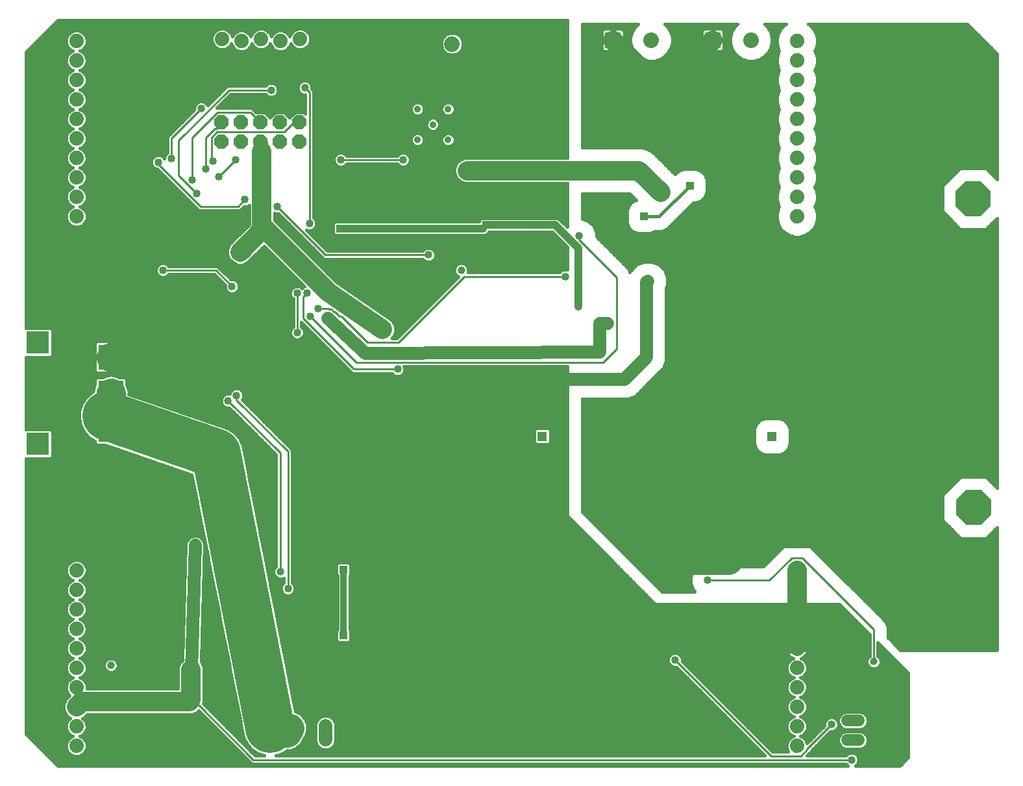
<source format=gbl>
G75*
G70*
%OFA0B0*%
%FSLAX24Y24*%
%IPPOS*%
%LPD*%
%AMOC8*
5,1,8,0,0,1.08239X$1,22.5*
%
%ADD10C,0.0740*%
%ADD11R,0.0800X0.0800*%
%ADD12C,0.0800*%
%ADD13C,0.0705*%
%ADD14C,0.0600*%
%ADD15C,0.1810*%
%ADD16OC8,0.1810*%
%ADD17OC8,0.0740*%
%ADD18R,0.1300X0.1300*%
%ADD19R,0.1181X0.1181*%
%ADD20R,0.0515X0.0515*%
%ADD21C,0.0397*%
%ADD22R,0.0396X0.0396*%
%ADD23C,0.0320*%
%ADD24C,0.1000*%
%ADD25C,0.0660*%
%ADD26C,0.0100*%
%ADD27C,0.0400*%
%ADD28C,0.1500*%
%ADD29C,0.2540*%
%ADD30C,0.0760*%
%ADD31C,0.0240*%
%ADD32C,0.0160*%
%ADD33C,0.0360*%
%ADD34C,0.0400*%
%ADD35C,0.0860*%
D10*
X041983Y001755D03*
X041983Y002755D03*
X041983Y003755D03*
X041983Y004755D03*
X041983Y005755D03*
X041983Y006755D03*
X041983Y007755D03*
X041983Y008755D03*
X041983Y009755D03*
X041983Y010755D03*
X078991Y010755D03*
X078991Y009755D03*
X078991Y008755D03*
X078991Y007755D03*
X078991Y006755D03*
X078991Y005755D03*
X078991Y004755D03*
X078991Y003755D03*
X078991Y002755D03*
X078991Y001755D03*
X078991Y028920D03*
X078991Y029920D03*
X078991Y030920D03*
X078991Y031920D03*
X078991Y032920D03*
X078991Y033920D03*
X078991Y034920D03*
X078991Y035920D03*
X078991Y036920D03*
X078991Y037920D03*
X053463Y038025D03*
X052463Y037925D03*
X051463Y038025D03*
X050463Y037925D03*
X049463Y038025D03*
X041983Y037920D03*
X041983Y036920D03*
X041983Y035920D03*
X041983Y034920D03*
X041983Y033920D03*
X041983Y032920D03*
X041983Y031920D03*
X041983Y030920D03*
X041983Y029920D03*
X041983Y028920D03*
D11*
X059306Y037778D03*
X069542Y037975D03*
X074660Y037975D03*
D12*
X076629Y037975D03*
X071510Y037975D03*
X061274Y037778D03*
D13*
X054778Y002788D02*
X054778Y002083D01*
X052810Y002083D02*
X052810Y002788D01*
D14*
X081569Y003050D02*
X082169Y003050D01*
X082169Y002050D02*
X081569Y002050D01*
D15*
X088046Y009991D03*
X088026Y025837D03*
D16*
X088026Y029837D03*
X088046Y013991D03*
D17*
X053432Y032751D03*
X052432Y032751D03*
X051432Y032751D03*
X051432Y033751D03*
X052432Y033751D03*
X053432Y033751D03*
X050432Y033751D03*
X049432Y033751D03*
X049432Y032751D03*
X050432Y032751D03*
D18*
X043755Y021715D03*
X043755Y019865D03*
X043755Y018015D03*
D19*
X040005Y017265D03*
X040005Y022465D03*
D20*
X065900Y017641D03*
X077711Y017641D03*
D21*
X067751Y024294D03*
X061747Y026164D03*
X045920Y021440D03*
X043755Y005889D03*
X044936Y003920D03*
X082928Y006086D03*
D22*
X071944Y011302D03*
X060802Y014412D03*
X060807Y014915D03*
X055703Y010810D03*
X055703Y007424D03*
X048085Y012050D03*
X057711Y023133D03*
X054881Y023698D03*
X050388Y027109D03*
X051570Y028389D03*
X055526Y028310D03*
X062062Y031282D03*
X063026Y028487D03*
X071117Y028920D03*
X071980Y030170D03*
X073479Y030495D03*
X071333Y025613D03*
X069247Y023428D03*
X076924Y025101D03*
X045133Y033015D03*
D23*
X076924Y025101D02*
X077219Y025101D01*
X077219Y025562D01*
X077495Y025837D01*
X055703Y010810D02*
X055703Y007424D01*
D24*
X047869Y005672D02*
X047869Y004117D01*
X047790Y004038D01*
X042266Y004038D01*
X041983Y003755D01*
X044936Y008172D02*
X046274Y006912D01*
X044936Y008172D02*
X044936Y013172D01*
X046038Y014668D01*
X054916Y025042D02*
X057711Y023133D01*
X054916Y025042D02*
X051570Y028389D01*
X051510Y028448D01*
X051510Y028231D01*
X050388Y027109D01*
X051510Y028448D02*
X051510Y032247D01*
X051491Y032267D01*
X062062Y031282D02*
X070868Y031282D01*
X071980Y030170D01*
X072298Y036400D02*
X071117Y036400D01*
X069542Y037975D01*
X072298Y036400D02*
X073085Y036400D01*
X074660Y037975D01*
X078991Y010755D02*
X078991Y009755D01*
X078991Y008755D01*
X078991Y007755D01*
X052928Y002672D02*
X051944Y002660D01*
D25*
X047888Y005692D02*
X047869Y005672D01*
X047888Y005692D02*
X048085Y012050D01*
X053486Y010468D02*
X053309Y020155D01*
X054881Y023698D02*
X056824Y021912D01*
X068853Y021952D01*
X068873Y023428D01*
X069247Y023428D01*
X071274Y021715D02*
X071274Y025554D01*
X071333Y025613D01*
X071274Y021715D02*
X070113Y020554D01*
X066446Y020554D01*
X060807Y014915D01*
X053499Y010456D02*
X053486Y010468D01*
X046944Y006912D02*
X046274Y006912D01*
X051491Y032267D02*
X051491Y032692D01*
X051432Y032751D01*
D26*
X052652Y033251D02*
X049188Y033251D01*
X048912Y032975D01*
X048912Y031834D01*
X048991Y031755D01*
X048636Y031361D02*
X048636Y032975D01*
X049109Y033448D01*
X049148Y033448D01*
X049424Y033723D01*
X049432Y033751D01*
X049227Y034274D02*
X047928Y032975D01*
X047928Y030810D01*
X048164Y030101D02*
X047219Y031046D01*
X047219Y032818D01*
X049818Y035416D01*
X051983Y035416D01*
X053715Y035534D02*
X053951Y035298D01*
X053951Y028566D01*
X054778Y026952D02*
X052298Y029432D01*
X050644Y029786D02*
X050290Y029432D01*
X048361Y029432D01*
X046196Y031597D01*
X046196Y031715D01*
X046865Y031912D02*
X046865Y032936D01*
X048400Y034471D01*
X049227Y034274D02*
X050920Y034274D01*
X051432Y033763D01*
X051432Y033751D01*
X052652Y033251D02*
X053125Y033723D01*
X053400Y033723D01*
X053432Y033751D01*
X055566Y031834D02*
X058755Y031834D01*
X050172Y031834D02*
X049306Y030967D01*
X054778Y026952D02*
X060054Y026952D01*
X061904Y025849D02*
X058518Y022463D01*
X056944Y022463D01*
X055605Y023802D01*
X055487Y023802D01*
X055251Y024038D01*
X055211Y024038D01*
X055093Y024156D01*
X054975Y024156D01*
X054936Y024196D01*
X054385Y024196D01*
X053991Y023802D02*
X056353Y021440D01*
X069030Y021440D01*
X069739Y022149D01*
X069739Y025810D01*
X067810Y027739D01*
X067810Y027936D01*
X067101Y025849D02*
X061904Y025849D01*
X056235Y021086D02*
X053636Y023684D01*
X053636Y024786D01*
X053833Y024983D01*
X053322Y024983D02*
X053322Y022975D01*
X053364Y021387D02*
X052219Y019471D01*
X050211Y019511D02*
X052849Y016873D01*
X052849Y009826D01*
X052455Y010692D02*
X052455Y016794D01*
X049778Y019471D01*
X050211Y019511D02*
X050211Y019747D01*
X056235Y021086D02*
X058479Y021086D01*
X049975Y025337D02*
X049148Y026164D01*
X046432Y026164D01*
X077573Y010259D02*
X078715Y011400D01*
X079266Y011400D01*
X082928Y007739D01*
X082928Y006086D01*
X080762Y002857D02*
X079503Y001597D01*
X079503Y001558D01*
X079188Y001243D01*
X077652Y001243D01*
X072731Y006164D01*
X074385Y010259D02*
X077573Y010259D01*
X081786Y001046D02*
X051077Y001046D01*
X048282Y003841D01*
X047869Y004117D01*
D27*
X052849Y009826D03*
X053499Y010456D03*
X052455Y010692D03*
X072731Y006164D03*
X080762Y002857D03*
X081786Y001046D03*
X074385Y010259D03*
X050211Y019747D03*
X049778Y019471D03*
X053322Y022975D03*
X053991Y023802D03*
X054385Y024196D03*
X053833Y024983D03*
X053322Y024983D03*
X049975Y025337D03*
X046432Y026164D03*
X052298Y029432D03*
X050644Y029786D03*
X049306Y030967D03*
X048636Y031361D03*
X048991Y031755D03*
X050172Y031834D03*
X047928Y030810D03*
X048164Y030101D03*
X046196Y031715D03*
X046865Y031912D03*
X048400Y034471D03*
X051983Y035416D03*
X053715Y035534D03*
X055566Y031834D03*
X058755Y031834D03*
X053951Y028566D03*
X060054Y026952D03*
X067101Y025849D03*
X067810Y027936D03*
X058479Y021086D03*
D28*
X046707Y021440D02*
X046432Y021715D01*
X045133Y023015D01*
X045133Y033015D01*
X045133Y036400D01*
X055172Y036597D01*
X059306Y037778D01*
X046432Y021715D02*
X043755Y021715D01*
X043755Y019865D02*
X043558Y018684D01*
X071944Y011302D02*
X075448Y011302D01*
X077298Y013152D01*
X052928Y002672D02*
X052810Y002436D01*
D29*
X051944Y002660D02*
X049148Y016755D01*
X043558Y018684D01*
X046707Y021440D02*
X053364Y021387D01*
X053309Y020155D01*
X060807Y014915D01*
X062062Y014038D01*
X061967Y007676D01*
X078991Y007755D01*
X085290Y010219D02*
X085684Y009826D01*
X087881Y009826D01*
X088046Y009991D01*
X085290Y010219D02*
X085172Y013152D01*
X077298Y013152D01*
X085172Y013152D02*
X085290Y015141D01*
X088026Y017877D01*
X088026Y025837D01*
X086196Y025837D01*
X077495Y025837D01*
X075774Y025837D01*
X075448Y036007D01*
D30*
X078991Y007755D02*
X078991Y006755D01*
D31*
X060807Y014915D02*
X060709Y014915D01*
X060482Y015142D01*
D32*
X039393Y016514D02*
X039393Y002380D01*
X041034Y000740D01*
X081584Y000740D01*
X081582Y000741D01*
X081487Y000836D01*
X050990Y000836D01*
X048256Y003571D01*
X048164Y003479D01*
X047921Y003378D01*
X042540Y003378D01*
X042357Y003195D01*
X042311Y003176D01*
X042432Y003055D01*
X042513Y002860D01*
X042513Y002649D01*
X042432Y002455D01*
X042283Y002305D01*
X042161Y002255D01*
X042283Y002204D01*
X042432Y002055D01*
X042513Y001860D01*
X042513Y001649D01*
X042432Y001455D01*
X042283Y001305D01*
X042088Y001225D01*
X041878Y001225D01*
X041683Y001305D01*
X041534Y001455D01*
X041453Y001649D01*
X041453Y001860D01*
X041534Y002055D01*
X041683Y002204D01*
X041805Y002255D01*
X041683Y002305D01*
X041534Y002455D01*
X041453Y002649D01*
X041453Y002860D01*
X041534Y003055D01*
X041655Y003176D01*
X041609Y003195D01*
X041423Y003381D01*
X041323Y003624D01*
X041323Y003886D01*
X041423Y004129D01*
X041641Y004347D01*
X041534Y004455D01*
X041453Y004649D01*
X041453Y004860D01*
X041534Y005055D01*
X041683Y005204D01*
X041805Y005255D01*
X041683Y005305D01*
X041534Y005455D01*
X041453Y005649D01*
X041453Y005860D01*
X041534Y006055D01*
X041683Y006204D01*
X041805Y006255D01*
X041683Y006305D01*
X041534Y006455D01*
X041453Y006649D01*
X041453Y006860D01*
X041534Y007055D01*
X041683Y007204D01*
X041805Y007255D01*
X041683Y007305D01*
X041534Y007455D01*
X041453Y007649D01*
X041453Y007860D01*
X041534Y008055D01*
X041683Y008204D01*
X041805Y008255D01*
X041683Y008305D01*
X041534Y008455D01*
X041453Y008649D01*
X041453Y008860D01*
X041534Y009055D01*
X041683Y009204D01*
X041805Y009255D01*
X041683Y009305D01*
X041534Y009455D01*
X041453Y009649D01*
X041453Y009860D01*
X041534Y010055D01*
X041683Y010204D01*
X041805Y010255D01*
X041683Y010305D01*
X041534Y010455D01*
X041453Y010649D01*
X041453Y010860D01*
X041534Y011055D01*
X041683Y011204D01*
X041878Y011285D01*
X042088Y011285D01*
X042283Y011204D01*
X042432Y011055D01*
X042513Y010860D01*
X042513Y010649D01*
X042432Y010455D01*
X042283Y010305D01*
X042161Y010255D01*
X042283Y010204D01*
X042432Y010055D01*
X042513Y009860D01*
X042513Y009649D01*
X042432Y009455D01*
X042283Y009305D01*
X042161Y009255D01*
X042283Y009204D01*
X042432Y009055D01*
X042513Y008860D01*
X042513Y008649D01*
X042432Y008455D01*
X042283Y008305D01*
X042161Y008255D01*
X042283Y008204D01*
X042432Y008055D01*
X042513Y007860D01*
X042513Y007649D01*
X042432Y007455D01*
X042283Y007305D01*
X042161Y007255D01*
X042283Y007204D01*
X042432Y007055D01*
X042513Y006860D01*
X042513Y006649D01*
X042432Y006455D01*
X042283Y006305D01*
X042161Y006255D01*
X042283Y006204D01*
X042432Y006055D01*
X042513Y005860D01*
X042513Y005649D01*
X042432Y005455D01*
X042283Y005305D01*
X042161Y005255D01*
X042283Y005204D01*
X042432Y005055D01*
X042513Y004860D01*
X042513Y004698D01*
X047209Y004698D01*
X047209Y005803D01*
X047309Y006046D01*
X047412Y006149D01*
X047599Y012163D01*
X047679Y012340D01*
X047821Y012474D01*
X048003Y012543D01*
X048198Y012537D01*
X048376Y012457D01*
X048509Y012315D01*
X048578Y012132D01*
X048391Y006083D01*
X048428Y006046D01*
X048529Y005803D01*
X048529Y003986D01*
X048501Y003919D01*
X051164Y001256D01*
X051631Y001256D01*
X051305Y001367D01*
X050992Y001576D01*
X050744Y001860D01*
X050578Y002197D01*
X047905Y015671D01*
X043460Y017205D01*
X043038Y017205D01*
X042945Y017299D01*
X042945Y017383D01*
X042913Y017394D01*
X042601Y017604D01*
X042354Y017889D01*
X042190Y018227D01*
X042118Y018597D01*
X042145Y018972D01*
X042267Y019328D01*
X042478Y019640D01*
X042762Y019887D01*
X042842Y019926D01*
X042887Y020193D01*
X042945Y020286D01*
X042945Y020581D01*
X043038Y020675D01*
X043323Y020675D01*
X043373Y020711D01*
X043726Y020792D01*
X044083Y020733D01*
X044175Y020675D01*
X044471Y020675D01*
X044565Y020581D01*
X044565Y020297D01*
X044600Y020247D01*
X044682Y019894D01*
X044669Y019813D01*
X049612Y018108D01*
X049787Y018048D01*
X049790Y018046D01*
X049793Y018045D01*
X049946Y017942D01*
X050100Y017839D01*
X050102Y017836D01*
X050105Y017834D01*
X050226Y017695D01*
X050348Y017555D01*
X050349Y017553D01*
X050352Y017550D01*
X050433Y017384D01*
X050514Y017218D01*
X050515Y017214D01*
X050516Y017212D01*
X050552Y017030D01*
X053227Y003540D01*
X053497Y003405D01*
X053734Y003132D01*
X053848Y002788D01*
X053823Y002427D01*
X053543Y001867D01*
X053269Y001630D01*
X052926Y001515D01*
X052816Y001523D01*
X052744Y001461D01*
X052406Y001294D01*
X052214Y001256D01*
X077342Y001256D01*
X072794Y005804D01*
X072659Y005804D01*
X072527Y005859D01*
X072426Y005960D01*
X072371Y006093D01*
X072371Y006236D01*
X072426Y006368D01*
X072527Y006469D01*
X072659Y006524D01*
X072803Y006524D01*
X072935Y006469D01*
X073036Y006368D01*
X073091Y006236D01*
X073091Y006101D01*
X077739Y001453D01*
X078543Y001453D01*
X078542Y001455D01*
X078461Y001649D01*
X078461Y001860D01*
X078542Y002055D01*
X078691Y002204D01*
X078813Y002255D01*
X078691Y002305D01*
X078542Y002455D01*
X078461Y002649D01*
X078461Y002860D01*
X078542Y003055D01*
X078691Y003204D01*
X078813Y003255D01*
X078691Y003305D01*
X078542Y003455D01*
X078461Y003649D01*
X078461Y003860D01*
X078542Y004055D01*
X078691Y004204D01*
X078813Y004255D01*
X078691Y004305D01*
X078542Y004455D01*
X078461Y004649D01*
X078461Y004860D01*
X078542Y005055D01*
X078691Y005204D01*
X078813Y005255D01*
X078691Y005305D01*
X078542Y005455D01*
X078461Y005649D01*
X078461Y005860D01*
X078542Y006055D01*
X078691Y006204D01*
X078785Y006243D01*
X078780Y006245D01*
X078703Y006284D01*
X078633Y006335D01*
X078571Y006397D01*
X078520Y006467D01*
X078481Y006544D01*
X078454Y006626D01*
X078441Y006712D01*
X078441Y006735D01*
X078971Y006735D01*
X078971Y006775D01*
X078971Y007735D01*
X078441Y007735D01*
X078441Y007712D01*
X078454Y007626D01*
X078481Y007544D01*
X078520Y007467D01*
X078571Y007397D01*
X078633Y007335D01*
X078703Y007284D01*
X078761Y007255D01*
X078703Y007225D01*
X078633Y007174D01*
X078571Y007113D01*
X078520Y007043D01*
X078481Y006966D01*
X078454Y006884D01*
X078441Y006798D01*
X078441Y006775D01*
X078971Y006775D01*
X079011Y006775D01*
X079011Y007305D01*
X079011Y007735D01*
X079011Y007775D01*
X078971Y007775D01*
X078971Y008735D01*
X078441Y008735D01*
X078441Y008712D01*
X078454Y008626D01*
X078481Y008544D01*
X078520Y008467D01*
X078571Y008397D01*
X078633Y008335D01*
X078703Y008284D01*
X078761Y008255D01*
X078703Y008225D01*
X078633Y008174D01*
X078571Y008113D01*
X078520Y008043D01*
X078481Y007966D01*
X078454Y007884D01*
X078441Y007798D01*
X078441Y007775D01*
X078971Y007775D01*
X078971Y007735D01*
X079011Y007735D01*
X079541Y007735D01*
X079541Y007712D01*
X079527Y007626D01*
X079501Y007544D01*
X079461Y007467D01*
X079410Y007397D01*
X079349Y007335D01*
X079279Y007284D01*
X079221Y007255D01*
X079279Y007225D01*
X079349Y007174D01*
X079410Y007113D01*
X079461Y007043D01*
X079501Y006966D01*
X079527Y006884D01*
X079541Y006798D01*
X079541Y006775D01*
X079011Y006775D01*
X079011Y006735D01*
X079541Y006735D01*
X079541Y006712D01*
X079527Y006626D01*
X079501Y006544D01*
X079461Y006467D01*
X079410Y006397D01*
X079349Y006335D01*
X079279Y006284D01*
X079202Y006245D01*
X079196Y006243D01*
X079291Y006204D01*
X079440Y006055D01*
X079521Y005860D01*
X079521Y005649D01*
X079440Y005455D01*
X079291Y005305D01*
X079169Y005255D01*
X079291Y005204D01*
X079440Y005055D01*
X079521Y004860D01*
X079521Y004649D01*
X079440Y004455D01*
X079291Y004305D01*
X079169Y004255D01*
X079291Y004204D01*
X079440Y004055D01*
X079521Y003860D01*
X079521Y003649D01*
X079440Y003455D01*
X079291Y003305D01*
X079169Y003255D01*
X079291Y003204D01*
X079440Y003055D01*
X079521Y002860D01*
X079521Y002649D01*
X079440Y002455D01*
X079291Y002305D01*
X079169Y002255D01*
X079291Y002204D01*
X079440Y002055D01*
X079506Y001897D01*
X080402Y002794D01*
X080402Y002929D01*
X080457Y003061D01*
X080559Y003162D01*
X080691Y003217D01*
X080834Y003217D01*
X080966Y003162D01*
X081068Y003061D01*
X081109Y002962D01*
X081109Y003142D01*
X081179Y003311D01*
X081308Y003440D01*
X081477Y003510D01*
X082260Y003510D01*
X082429Y003440D01*
X082559Y003311D01*
X082629Y003142D01*
X082629Y002959D01*
X082559Y002790D01*
X082429Y002660D01*
X082260Y002590D01*
X081477Y002590D01*
X081308Y002660D01*
X081179Y002790D01*
X081122Y002926D01*
X081122Y002786D01*
X081068Y002653D01*
X080966Y002552D01*
X080834Y002497D01*
X080699Y002497D01*
X079713Y001510D01*
X079713Y001471D01*
X079498Y001256D01*
X081487Y001256D01*
X081582Y001351D01*
X081714Y001406D01*
X081858Y001406D01*
X081990Y001351D01*
X082091Y001250D01*
X082146Y001118D01*
X082146Y000975D01*
X082091Y000842D01*
X081990Y000741D01*
X081988Y000740D01*
X084275Y000740D01*
X084699Y001164D01*
X084699Y005495D01*
X083138Y007057D01*
X083138Y006382D01*
X083232Y006289D01*
X083286Y006157D01*
X083286Y006014D01*
X083232Y005882D01*
X083131Y005782D01*
X082999Y005727D01*
X082857Y005727D01*
X082725Y005782D01*
X082624Y005882D01*
X082569Y006014D01*
X082569Y006157D01*
X082624Y006289D01*
X082718Y006382D01*
X082718Y007477D01*
X081156Y009038D01*
X079464Y009038D01*
X079501Y008966D01*
X079527Y008884D01*
X079541Y008798D01*
X079541Y008775D01*
X079011Y008775D01*
X079011Y008735D01*
X079541Y008735D01*
X079541Y008712D01*
X079527Y008626D01*
X079501Y008544D01*
X079461Y008467D01*
X079410Y008397D01*
X079349Y008335D01*
X079279Y008284D01*
X079221Y008255D01*
X079279Y008225D01*
X079349Y008174D01*
X079410Y008113D01*
X079461Y008043D01*
X079501Y007966D01*
X079527Y007884D01*
X079541Y007798D01*
X079541Y007775D01*
X079011Y007775D01*
X079011Y008205D01*
X079011Y008735D01*
X078971Y008735D01*
X078971Y008775D01*
X078441Y008775D01*
X078441Y008798D01*
X078454Y008884D01*
X078481Y008966D01*
X078518Y009038D01*
X071707Y009038D01*
X067180Y013566D01*
X067180Y021230D01*
X058809Y021230D01*
X058839Y021157D01*
X058839Y021014D01*
X058784Y020882D01*
X058683Y020780D01*
X058551Y020726D01*
X058407Y020726D01*
X058275Y020780D01*
X058180Y020876D01*
X056148Y020876D01*
X056025Y020999D01*
X056025Y020999D01*
X053549Y023474D01*
X053549Y023474D01*
X053532Y023492D01*
X053532Y023274D01*
X053627Y023179D01*
X053682Y023047D01*
X053682Y022904D01*
X053627Y022771D01*
X053525Y022670D01*
X053393Y022615D01*
X053250Y022615D01*
X053118Y022670D01*
X053016Y022771D01*
X052962Y022904D01*
X052962Y023047D01*
X053016Y023179D01*
X053112Y023274D01*
X053112Y024684D01*
X053016Y024779D01*
X052962Y024912D01*
X052962Y025055D01*
X053016Y025187D01*
X053118Y025288D01*
X053250Y025343D01*
X053393Y025343D01*
X053525Y025288D01*
X053577Y025236D01*
X053629Y025288D01*
X053705Y025320D01*
X051619Y027406D01*
X050762Y026550D01*
X050520Y026449D01*
X050257Y026449D01*
X050015Y026550D01*
X049829Y026735D01*
X049728Y026978D01*
X049728Y027240D01*
X049829Y027483D01*
X050850Y028505D01*
X050850Y029483D01*
X050848Y029481D01*
X050716Y029426D01*
X050581Y029426D01*
X050500Y029345D01*
X050377Y029222D01*
X048274Y029222D01*
X046140Y031355D01*
X046124Y031355D01*
X045992Y031410D01*
X045890Y031512D01*
X045836Y031644D01*
X045836Y031787D01*
X045890Y031919D01*
X045992Y032021D01*
X046124Y032075D01*
X046267Y032075D01*
X046399Y032021D01*
X046501Y031919D01*
X046505Y031909D01*
X046505Y031984D01*
X046560Y032116D01*
X046655Y032211D01*
X046655Y033023D01*
X048040Y034408D01*
X048040Y034543D01*
X048095Y034675D01*
X048196Y034777D01*
X048329Y034831D01*
X048472Y034831D01*
X048604Y034777D01*
X048705Y034675D01*
X048727Y034623D01*
X049731Y035626D01*
X049905Y035626D01*
X051684Y035626D01*
X051779Y035721D01*
X051911Y035776D01*
X052055Y035776D01*
X052187Y035721D01*
X052288Y035620D01*
X052343Y035488D01*
X052343Y035345D01*
X052288Y035212D01*
X052187Y035111D01*
X052055Y035056D01*
X051911Y035056D01*
X051779Y035111D01*
X051684Y035206D01*
X049905Y035206D01*
X049183Y034484D01*
X051007Y034484D01*
X051130Y034361D01*
X051130Y034361D01*
X051211Y034280D01*
X051212Y034281D01*
X051651Y034281D01*
X051932Y034000D01*
X052212Y034281D01*
X052651Y034281D01*
X052932Y034000D01*
X053212Y034281D01*
X053651Y034281D01*
X053741Y034191D01*
X053741Y035174D01*
X053644Y035174D01*
X053511Y035229D01*
X053410Y035330D01*
X053355Y035463D01*
X053355Y035606D01*
X053410Y035738D01*
X053511Y035840D01*
X053644Y035894D01*
X053787Y035894D01*
X053919Y035840D01*
X054020Y035738D01*
X054075Y035606D01*
X054075Y035471D01*
X054161Y035385D01*
X054161Y028865D01*
X054257Y028770D01*
X054311Y028637D01*
X054311Y028494D01*
X054257Y028362D01*
X054155Y028261D01*
X054023Y028206D01*
X053880Y028206D01*
X053779Y028247D01*
X054865Y027162D01*
X059755Y027162D01*
X059850Y027257D01*
X059982Y027312D01*
X060125Y027312D01*
X060258Y027257D01*
X060359Y027156D01*
X060414Y027023D01*
X060414Y026880D01*
X060359Y026748D01*
X060258Y026646D01*
X060125Y026592D01*
X059982Y026592D01*
X059850Y026646D01*
X059755Y026742D01*
X054691Y026742D01*
X052361Y029072D01*
X052226Y029072D01*
X052170Y029095D01*
X052170Y028721D01*
X055339Y025552D01*
X058192Y023604D01*
X058336Y023384D01*
X058384Y023126D01*
X058330Y022869D01*
X058197Y022673D01*
X058431Y022673D01*
X061596Y025839D01*
X061544Y025860D01*
X061443Y025961D01*
X061388Y026093D01*
X061388Y026236D01*
X061443Y026367D01*
X061544Y026468D01*
X061675Y026523D01*
X061818Y026523D01*
X061950Y026468D01*
X062051Y026367D01*
X062105Y026236D01*
X062105Y026093D01*
X062091Y026059D01*
X066802Y026059D01*
X066897Y026154D01*
X067029Y026209D01*
X067173Y026209D01*
X067180Y026206D01*
X067180Y027368D01*
X066420Y028127D01*
X063163Y028127D01*
X063154Y028106D01*
X063053Y028005D01*
X062921Y027950D01*
X055455Y027950D01*
X055450Y027952D01*
X055262Y027952D01*
X055168Y028046D01*
X055168Y028234D01*
X055166Y028238D01*
X055166Y028382D01*
X055168Y028386D01*
X055168Y028574D01*
X055262Y028668D01*
X055450Y028668D01*
X055455Y028670D01*
X062668Y028670D01*
X062668Y028751D01*
X062762Y028845D01*
X062950Y028845D01*
X062955Y028847D01*
X066641Y028847D01*
X066773Y028792D01*
X066875Y028691D01*
X067180Y028386D01*
X067180Y030622D01*
X061930Y030622D01*
X061688Y030723D01*
X061502Y030909D01*
X061402Y031151D01*
X061402Y031414D01*
X061502Y031656D01*
X061688Y031842D01*
X061930Y031942D01*
X067180Y031942D01*
X067180Y038990D01*
X041034Y038990D01*
X039393Y037350D01*
X039393Y023216D01*
X040661Y023216D01*
X040755Y023122D01*
X040755Y021808D01*
X040661Y021714D01*
X039393Y021714D01*
X039393Y018016D01*
X040661Y018016D01*
X040755Y017922D01*
X040755Y016608D01*
X040661Y016514D01*
X039393Y016514D01*
X039393Y016506D02*
X045487Y016506D01*
X045946Y016347D02*
X039393Y016347D01*
X039393Y016189D02*
X046405Y016189D01*
X046865Y016030D02*
X039393Y016030D01*
X039393Y015872D02*
X047324Y015872D01*
X047783Y015713D02*
X039393Y015713D01*
X039393Y015555D02*
X047928Y015555D01*
X047960Y015396D02*
X039393Y015396D01*
X039393Y015238D02*
X047991Y015238D01*
X048023Y015079D02*
X039393Y015079D01*
X039393Y014921D02*
X048054Y014921D01*
X048086Y014762D02*
X039393Y014762D01*
X039393Y014604D02*
X048117Y014604D01*
X048149Y014445D02*
X039393Y014445D01*
X039393Y014287D02*
X048180Y014287D01*
X048211Y014128D02*
X039393Y014128D01*
X039393Y013970D02*
X048243Y013970D01*
X048274Y013811D02*
X039393Y013811D01*
X039393Y013653D02*
X048306Y013653D01*
X048337Y013494D02*
X039393Y013494D01*
X039393Y013336D02*
X048369Y013336D01*
X048400Y013177D02*
X039393Y013177D01*
X039393Y013019D02*
X048431Y013019D01*
X048463Y012860D02*
X039393Y012860D01*
X039393Y012702D02*
X048494Y012702D01*
X048526Y012543D02*
X039393Y012543D01*
X039393Y012385D02*
X047726Y012385D01*
X047627Y012226D02*
X039393Y012226D01*
X039393Y012068D02*
X047596Y012068D01*
X047591Y011909D02*
X039393Y011909D01*
X039393Y011751D02*
X047586Y011751D01*
X047581Y011592D02*
X039393Y011592D01*
X039393Y011434D02*
X047576Y011434D01*
X047571Y011275D02*
X042112Y011275D01*
X041854Y011275D02*
X039393Y011275D01*
X039393Y011117D02*
X041595Y011117D01*
X041493Y010958D02*
X039393Y010958D01*
X039393Y010800D02*
X041453Y010800D01*
X041456Y010641D02*
X039393Y010641D01*
X039393Y010483D02*
X041522Y010483D01*
X041664Y010324D02*
X039393Y010324D01*
X039393Y010166D02*
X041644Y010166D01*
X041514Y010007D02*
X039393Y010007D01*
X039393Y009849D02*
X041453Y009849D01*
X041453Y009690D02*
X039393Y009690D01*
X039393Y009532D02*
X041502Y009532D01*
X041615Y009373D02*
X039393Y009373D01*
X039393Y009215D02*
X041708Y009215D01*
X041535Y009056D02*
X039393Y009056D01*
X039393Y008898D02*
X041468Y008898D01*
X041453Y008739D02*
X039393Y008739D01*
X039393Y008581D02*
X041481Y008581D01*
X041566Y008422D02*
X039393Y008422D01*
X039393Y008264D02*
X041784Y008264D01*
X041584Y008105D02*
X039393Y008105D01*
X039393Y007947D02*
X041489Y007947D01*
X041453Y007788D02*
X039393Y007788D01*
X039393Y007630D02*
X041461Y007630D01*
X041527Y007471D02*
X039393Y007471D01*
X039393Y007313D02*
X041676Y007313D01*
X041633Y007154D02*
X039393Y007154D01*
X039393Y006996D02*
X041509Y006996D01*
X041453Y006837D02*
X039393Y006837D01*
X039393Y006679D02*
X041453Y006679D01*
X041507Y006520D02*
X039393Y006520D01*
X039393Y006362D02*
X041627Y006362D01*
X041682Y006203D02*
X039393Y006203D01*
X039393Y006045D02*
X041529Y006045D01*
X041464Y005886D02*
X039393Y005886D01*
X039393Y005728D02*
X041453Y005728D01*
X041486Y005569D02*
X039393Y005569D01*
X039393Y005411D02*
X041578Y005411D01*
X041798Y005252D02*
X039393Y005252D01*
X039393Y005094D02*
X041572Y005094D01*
X041484Y004935D02*
X039393Y004935D01*
X039393Y004777D02*
X041453Y004777D01*
X041466Y004618D02*
X039393Y004618D01*
X039393Y004460D02*
X041532Y004460D01*
X041596Y004301D02*
X039393Y004301D01*
X039393Y004143D02*
X041437Y004143D01*
X041364Y003984D02*
X039393Y003984D01*
X039393Y003826D02*
X041323Y003826D01*
X041323Y003667D02*
X039393Y003667D01*
X039393Y003509D02*
X041371Y003509D01*
X041454Y003350D02*
X039393Y003350D01*
X039393Y003192D02*
X041618Y003192D01*
X041525Y003033D02*
X039393Y003033D01*
X039393Y002875D02*
X041459Y002875D01*
X041453Y002716D02*
X039393Y002716D01*
X039393Y002558D02*
X041491Y002558D01*
X041589Y002399D02*
X039393Y002399D01*
X039533Y002241D02*
X041771Y002241D01*
X041561Y002082D02*
X039692Y002082D01*
X039850Y001924D02*
X041479Y001924D01*
X041453Y001765D02*
X040009Y001765D01*
X040167Y001607D02*
X041471Y001607D01*
X041540Y001448D02*
X040326Y001448D01*
X040484Y001290D02*
X041721Y001290D01*
X042245Y001290D02*
X050537Y001290D01*
X050379Y001448D02*
X042426Y001448D01*
X042495Y001607D02*
X050220Y001607D01*
X050062Y001765D02*
X042513Y001765D01*
X042487Y001924D02*
X049903Y001924D01*
X049745Y002082D02*
X042405Y002082D01*
X042195Y002241D02*
X049586Y002241D01*
X049428Y002399D02*
X042377Y002399D01*
X042475Y002558D02*
X049269Y002558D01*
X049111Y002716D02*
X042513Y002716D01*
X042507Y002875D02*
X048952Y002875D01*
X048794Y003033D02*
X042441Y003033D01*
X042348Y003192D02*
X048635Y003192D01*
X048477Y003350D02*
X042512Y003350D01*
X042513Y004777D02*
X047209Y004777D01*
X047209Y004935D02*
X042482Y004935D01*
X042394Y005094D02*
X047209Y005094D01*
X047209Y005252D02*
X042168Y005252D01*
X042388Y005411D02*
X047209Y005411D01*
X047209Y005569D02*
X043919Y005569D01*
X043958Y005585D02*
X044058Y005686D01*
X044113Y005817D01*
X044113Y005960D01*
X044058Y006092D01*
X043958Y006193D01*
X043826Y006247D01*
X043683Y006247D01*
X043552Y006193D01*
X043451Y006092D01*
X043396Y005960D01*
X043396Y005817D01*
X043451Y005686D01*
X043552Y005585D01*
X043683Y005530D01*
X043826Y005530D01*
X043958Y005585D01*
X044076Y005728D02*
X047209Y005728D01*
X047243Y005886D02*
X044113Y005886D01*
X044078Y006045D02*
X047309Y006045D01*
X047414Y006203D02*
X043932Y006203D01*
X043577Y006203D02*
X042284Y006203D01*
X042339Y006362D02*
X047419Y006362D01*
X047424Y006520D02*
X042459Y006520D01*
X042513Y006679D02*
X047429Y006679D01*
X047434Y006837D02*
X042513Y006837D01*
X042457Y006996D02*
X047439Y006996D01*
X047443Y007154D02*
X042333Y007154D01*
X042290Y007313D02*
X047448Y007313D01*
X047453Y007471D02*
X042439Y007471D01*
X042505Y007630D02*
X047458Y007630D01*
X047463Y007788D02*
X042513Y007788D01*
X042477Y007947D02*
X047468Y007947D01*
X047473Y008105D02*
X042382Y008105D01*
X042182Y008264D02*
X047478Y008264D01*
X047483Y008422D02*
X042400Y008422D01*
X042484Y008581D02*
X047488Y008581D01*
X047493Y008739D02*
X042513Y008739D01*
X042497Y008898D02*
X047497Y008898D01*
X047502Y009056D02*
X042431Y009056D01*
X042258Y009215D02*
X047507Y009215D01*
X047512Y009373D02*
X042351Y009373D01*
X042464Y009532D02*
X047517Y009532D01*
X047522Y009690D02*
X042513Y009690D01*
X042513Y009849D02*
X047527Y009849D01*
X047532Y010007D02*
X042452Y010007D01*
X042322Y010166D02*
X047537Y010166D01*
X047542Y010324D02*
X042302Y010324D01*
X042444Y010483D02*
X047547Y010483D01*
X047551Y010641D02*
X042509Y010641D01*
X042513Y010800D02*
X047556Y010800D01*
X047561Y010958D02*
X042472Y010958D01*
X042371Y011117D02*
X047566Y011117D01*
X048547Y011117D02*
X048809Y011117D01*
X048777Y011275D02*
X048552Y011275D01*
X048556Y011434D02*
X048746Y011434D01*
X048714Y011592D02*
X048561Y011592D01*
X048566Y011751D02*
X048683Y011751D01*
X048651Y011909D02*
X048571Y011909D01*
X048576Y012068D02*
X048620Y012068D01*
X048589Y012226D02*
X048543Y012226D01*
X048557Y012385D02*
X048443Y012385D01*
X048542Y010958D02*
X048840Y010958D01*
X048872Y010800D02*
X048537Y010800D01*
X048532Y010641D02*
X048903Y010641D01*
X048934Y010483D02*
X048527Y010483D01*
X048522Y010324D02*
X048966Y010324D01*
X048997Y010166D02*
X048517Y010166D01*
X048512Y010007D02*
X049029Y010007D01*
X049060Y009849D02*
X048507Y009849D01*
X048502Y009690D02*
X049092Y009690D01*
X049123Y009532D02*
X048498Y009532D01*
X048493Y009373D02*
X049154Y009373D01*
X049186Y009215D02*
X048488Y009215D01*
X048483Y009056D02*
X049217Y009056D01*
X049249Y008898D02*
X048478Y008898D01*
X048473Y008739D02*
X049280Y008739D01*
X049312Y008581D02*
X048468Y008581D01*
X048463Y008422D02*
X049343Y008422D01*
X049374Y008264D02*
X048458Y008264D01*
X048453Y008105D02*
X049406Y008105D01*
X049437Y007947D02*
X048448Y007947D01*
X048444Y007788D02*
X049469Y007788D01*
X049500Y007630D02*
X048439Y007630D01*
X048434Y007471D02*
X049532Y007471D01*
X049563Y007313D02*
X048429Y007313D01*
X048424Y007154D02*
X049595Y007154D01*
X049626Y006996D02*
X048419Y006996D01*
X048414Y006837D02*
X049657Y006837D01*
X049689Y006679D02*
X048409Y006679D01*
X048404Y006520D02*
X049720Y006520D01*
X049752Y006362D02*
X048399Y006362D01*
X048395Y006203D02*
X049783Y006203D01*
X049815Y006045D02*
X048429Y006045D01*
X048495Y005886D02*
X049846Y005886D01*
X049877Y005728D02*
X048529Y005728D01*
X048529Y005569D02*
X049909Y005569D01*
X049940Y005411D02*
X048529Y005411D01*
X048529Y005252D02*
X049972Y005252D01*
X050003Y005094D02*
X048529Y005094D01*
X048529Y004935D02*
X050035Y004935D01*
X050066Y004777D02*
X048529Y004777D01*
X048529Y004618D02*
X050097Y004618D01*
X050129Y004460D02*
X048529Y004460D01*
X048529Y004301D02*
X050160Y004301D01*
X050192Y004143D02*
X048529Y004143D01*
X048528Y003984D02*
X050223Y003984D01*
X050255Y003826D02*
X048595Y003826D01*
X048754Y003667D02*
X050286Y003667D01*
X050318Y003509D02*
X048912Y003509D01*
X049071Y003350D02*
X050349Y003350D01*
X050380Y003192D02*
X049229Y003192D01*
X049388Y003033D02*
X050412Y003033D01*
X050443Y002875D02*
X049546Y002875D01*
X049705Y002716D02*
X050475Y002716D01*
X050506Y002558D02*
X049863Y002558D01*
X050022Y002399D02*
X050538Y002399D01*
X050569Y002241D02*
X050180Y002241D01*
X050339Y002082D02*
X050634Y002082D01*
X050712Y001924D02*
X050497Y001924D01*
X050656Y001765D02*
X050827Y001765D01*
X050814Y001607D02*
X050966Y001607D01*
X050973Y001448D02*
X051184Y001448D01*
X051131Y001290D02*
X051533Y001290D01*
X050854Y000973D02*
X040801Y000973D01*
X040643Y001131D02*
X050696Y001131D01*
X052382Y001290D02*
X077309Y001290D01*
X077150Y001448D02*
X052719Y001448D01*
X053199Y001607D02*
X054590Y001607D01*
X054676Y001571D02*
X054880Y001571D01*
X055069Y001649D01*
X055213Y001793D01*
X055291Y001981D01*
X055291Y002890D01*
X055213Y003079D01*
X055069Y003223D01*
X054880Y003301D01*
X054676Y003301D01*
X054488Y003223D01*
X054344Y003079D01*
X054266Y002890D01*
X054266Y001981D01*
X054344Y001793D01*
X054488Y001649D01*
X054676Y001571D01*
X054966Y001607D02*
X076992Y001607D01*
X076833Y001765D02*
X055185Y001765D01*
X055267Y001924D02*
X076675Y001924D01*
X076516Y002082D02*
X055291Y002082D01*
X055291Y002241D02*
X076358Y002241D01*
X076199Y002399D02*
X055291Y002399D01*
X055291Y002558D02*
X076041Y002558D01*
X075882Y002716D02*
X055291Y002716D01*
X055291Y002875D02*
X075724Y002875D01*
X075565Y003033D02*
X055232Y003033D01*
X055100Y003192D02*
X075407Y003192D01*
X075248Y003350D02*
X053544Y003350D01*
X053682Y003192D02*
X054457Y003192D01*
X054325Y003033D02*
X053767Y003033D01*
X053820Y002875D02*
X054266Y002875D01*
X054266Y002716D02*
X053843Y002716D01*
X053832Y002558D02*
X054266Y002558D01*
X054266Y002399D02*
X053809Y002399D01*
X053729Y002241D02*
X054266Y002241D01*
X054266Y002082D02*
X053650Y002082D01*
X053571Y001924D02*
X054290Y001924D01*
X054372Y001765D02*
X053425Y001765D01*
X053290Y003509D02*
X075090Y003509D01*
X074931Y003667D02*
X053202Y003667D01*
X053170Y003826D02*
X074773Y003826D01*
X074614Y003984D02*
X053139Y003984D01*
X053107Y004143D02*
X074456Y004143D01*
X074297Y004301D02*
X053076Y004301D01*
X053045Y004460D02*
X074139Y004460D01*
X073980Y004618D02*
X053013Y004618D01*
X052982Y004777D02*
X073822Y004777D01*
X073663Y004935D02*
X052950Y004935D01*
X052919Y005094D02*
X073505Y005094D01*
X073346Y005252D02*
X052887Y005252D01*
X052856Y005411D02*
X073188Y005411D01*
X073029Y005569D02*
X052825Y005569D01*
X052793Y005728D02*
X072871Y005728D01*
X072500Y005886D02*
X052762Y005886D01*
X052730Y006045D02*
X072391Y006045D01*
X072371Y006203D02*
X052699Y006203D01*
X052667Y006362D02*
X072423Y006362D01*
X072649Y006520D02*
X052636Y006520D01*
X052605Y006679D02*
X078446Y006679D01*
X078447Y006837D02*
X052573Y006837D01*
X052542Y006996D02*
X078496Y006996D01*
X078612Y007154D02*
X056056Y007154D01*
X056062Y007160D02*
X056062Y007688D01*
X056023Y007727D01*
X056023Y010507D01*
X056062Y010546D01*
X056062Y011074D01*
X055968Y011168D01*
X055439Y011168D01*
X055345Y011074D01*
X055345Y010546D01*
X055383Y010507D01*
X055383Y007727D01*
X055345Y007688D01*
X055345Y007160D01*
X055439Y007066D01*
X055968Y007066D01*
X056062Y007160D01*
X056062Y007313D02*
X078664Y007313D01*
X078518Y007471D02*
X056062Y007471D01*
X056062Y007630D02*
X078454Y007630D01*
X078441Y007788D02*
X056023Y007788D01*
X056023Y007947D02*
X078475Y007947D01*
X078565Y008105D02*
X056023Y008105D01*
X056023Y008264D02*
X078744Y008264D01*
X078971Y008264D02*
X079011Y008264D01*
X079011Y008422D02*
X078971Y008422D01*
X078971Y008581D02*
X079011Y008581D01*
X079011Y008739D02*
X081455Y008739D01*
X081297Y008898D02*
X079523Y008898D01*
X079512Y008581D02*
X081614Y008581D01*
X081772Y008422D02*
X079429Y008422D01*
X079238Y008264D02*
X081931Y008264D01*
X082089Y008105D02*
X079416Y008105D01*
X079507Y007947D02*
X082248Y007947D01*
X082406Y007788D02*
X079541Y007788D01*
X079528Y007630D02*
X082565Y007630D01*
X082718Y007471D02*
X079463Y007471D01*
X079318Y007313D02*
X082718Y007313D01*
X082718Y007154D02*
X079369Y007154D01*
X079485Y006996D02*
X082718Y006996D01*
X082718Y006837D02*
X079535Y006837D01*
X079536Y006679D02*
X082718Y006679D01*
X082718Y006520D02*
X079488Y006520D01*
X079375Y006362D02*
X082697Y006362D01*
X082589Y006203D02*
X079292Y006203D01*
X079444Y006045D02*
X082569Y006045D01*
X082623Y005886D02*
X079510Y005886D01*
X079521Y005728D02*
X082856Y005728D01*
X083000Y005728D02*
X084467Y005728D01*
X084308Y005886D02*
X083233Y005886D01*
X083286Y006045D02*
X084150Y006045D01*
X083991Y006203D02*
X083267Y006203D01*
X083159Y006362D02*
X083833Y006362D01*
X083674Y006520D02*
X083138Y006520D01*
X083138Y006679D02*
X083516Y006679D01*
X083357Y006837D02*
X083138Y006837D01*
X083138Y006996D02*
X083199Y006996D01*
X083648Y007333D02*
X083648Y007882D01*
X083539Y008147D01*
X083336Y008350D01*
X079675Y012011D01*
X079410Y012121D01*
X078572Y012121D01*
X078307Y012011D01*
X078104Y011809D01*
X077275Y010979D01*
X074895Y010979D01*
X074878Y010997D01*
X074558Y011129D01*
X074211Y011129D01*
X073891Y010997D01*
X073646Y010752D01*
X073514Y010432D01*
X073514Y010086D01*
X073646Y009766D01*
X073741Y009671D01*
X072067Y009663D01*
X067967Y013763D01*
X067967Y019553D01*
X070312Y019553D01*
X070680Y019706D01*
X071841Y020867D01*
X072123Y021149D01*
X072275Y021516D01*
X072275Y025271D01*
X072334Y025414D01*
X072334Y025812D01*
X072182Y026180D01*
X071900Y026461D01*
X071532Y026614D01*
X071134Y026614D01*
X070767Y026461D01*
X070426Y026121D01*
X070408Y026077D01*
X070350Y026218D01*
X070147Y026421D01*
X068680Y027888D01*
X068680Y028109D01*
X068548Y028429D01*
X068303Y028674D01*
X067983Y028806D01*
X067967Y028806D01*
X067967Y030112D01*
X070383Y030112D01*
X070729Y029766D01*
X070539Y029687D01*
X070350Y029498D01*
X070248Y029252D01*
X070248Y028589D01*
X070350Y028342D01*
X070539Y028154D01*
X070785Y028051D01*
X071448Y028051D01*
X071695Y028154D01*
X071711Y028170D01*
X072053Y028170D01*
X072329Y028284D01*
X073672Y029626D01*
X073810Y029626D01*
X074057Y029728D01*
X074246Y029917D01*
X074348Y030163D01*
X074348Y030826D01*
X074246Y031073D01*
X074057Y031262D01*
X073810Y031364D01*
X073148Y031364D01*
X072901Y031262D01*
X072723Y031083D01*
X071586Y032219D01*
X071320Y032373D01*
X071022Y032453D01*
X067967Y032453D01*
X067967Y038800D01*
X070821Y038800D01*
X070654Y038633D01*
X070513Y038388D01*
X070440Y038116D01*
X070440Y037834D01*
X070513Y037562D01*
X070654Y037318D01*
X070853Y037119D01*
X071097Y036978D01*
X071370Y036905D01*
X071651Y036905D01*
X071924Y036978D01*
X072168Y037119D01*
X072367Y037318D01*
X072508Y037562D01*
X072581Y037834D01*
X072581Y038116D01*
X072508Y038388D01*
X072367Y038633D01*
X072200Y038800D01*
X075939Y038800D01*
X075772Y038633D01*
X075631Y038388D01*
X075558Y038116D01*
X075558Y037834D01*
X075631Y037562D01*
X075772Y037318D01*
X075971Y037119D01*
X076215Y036978D01*
X076488Y036905D01*
X076770Y036905D01*
X077042Y036978D01*
X077286Y037119D01*
X077485Y037318D01*
X077626Y037562D01*
X077699Y037834D01*
X077699Y038116D01*
X077626Y038388D01*
X077485Y038633D01*
X077318Y038800D01*
X078433Y038800D01*
X078352Y038753D01*
X078158Y038559D01*
X078021Y038322D01*
X077950Y038057D01*
X077950Y037783D01*
X078021Y037519D01*
X078078Y037420D01*
X078021Y037322D01*
X077950Y037057D01*
X077950Y036783D01*
X078021Y036519D01*
X078078Y036420D01*
X078021Y036322D01*
X077950Y036057D01*
X077950Y035783D01*
X078021Y035519D01*
X078078Y035420D01*
X078021Y035322D01*
X077950Y035057D01*
X077950Y034783D01*
X078021Y034519D01*
X078078Y034420D01*
X078021Y034322D01*
X077950Y034057D01*
X077950Y033783D01*
X078021Y033519D01*
X078078Y033420D01*
X078021Y033322D01*
X077950Y033057D01*
X077950Y032783D01*
X078021Y032519D01*
X078078Y032420D01*
X078021Y032322D01*
X077950Y032057D01*
X077950Y031783D01*
X078021Y031519D01*
X078078Y031420D01*
X078021Y031322D01*
X077950Y031057D01*
X077950Y030783D01*
X078021Y030519D01*
X078078Y030420D01*
X078021Y030322D01*
X077950Y030057D01*
X077950Y029783D01*
X078021Y029519D01*
X078078Y029420D01*
X078021Y029322D01*
X077950Y029057D01*
X077950Y028783D01*
X078021Y028519D01*
X078158Y028281D01*
X078352Y028088D01*
X078589Y027951D01*
X078854Y027880D01*
X079128Y027880D01*
X079392Y027951D01*
X079630Y028088D01*
X079823Y028281D01*
X079960Y028519D01*
X080031Y028783D01*
X080031Y029057D01*
X079960Y029322D01*
X079904Y029420D01*
X079960Y029519D01*
X080031Y029783D01*
X080031Y030057D01*
X079960Y030322D01*
X079904Y030420D01*
X079960Y030519D01*
X080031Y030783D01*
X080031Y031057D01*
X079960Y031322D01*
X079904Y031420D01*
X079960Y031519D01*
X080031Y031783D01*
X080031Y032057D01*
X079960Y032322D01*
X079904Y032420D01*
X079960Y032519D01*
X080031Y032783D01*
X080031Y033057D01*
X079960Y033322D01*
X079904Y033420D01*
X079960Y033519D01*
X080031Y033783D01*
X080031Y034057D01*
X079960Y034322D01*
X079904Y034420D01*
X079960Y034519D01*
X080031Y034783D01*
X080031Y035057D01*
X079960Y035322D01*
X079904Y035420D01*
X079960Y035519D01*
X080031Y035783D01*
X080031Y036057D01*
X079960Y036322D01*
X079904Y036420D01*
X079960Y036519D01*
X080031Y036783D01*
X080031Y037057D01*
X079960Y037322D01*
X079904Y037420D01*
X079960Y037519D01*
X080031Y037783D01*
X080031Y038057D01*
X079960Y038322D01*
X079823Y038559D01*
X079630Y038753D01*
X079549Y038800D01*
X087735Y038800D01*
X089264Y037271D01*
X089264Y030828D01*
X088679Y031413D01*
X087374Y031413D01*
X086451Y030490D01*
X086451Y029185D01*
X087374Y028262D01*
X088679Y028262D01*
X089264Y028847D01*
X089264Y015001D01*
X088699Y015567D01*
X087393Y015567D01*
X086470Y014644D01*
X086470Y013338D01*
X087393Y012415D01*
X088699Y012415D01*
X089264Y012981D01*
X089264Y006713D01*
X089227Y006676D01*
X084306Y006676D01*
X083648Y007333D01*
X083669Y007313D02*
X089264Y007313D01*
X089264Y007471D02*
X083648Y007471D01*
X083648Y007630D02*
X089264Y007630D01*
X089264Y007788D02*
X083648Y007788D01*
X083622Y007947D02*
X089264Y007947D01*
X089264Y008105D02*
X083556Y008105D01*
X083422Y008264D02*
X089264Y008264D01*
X089264Y008422D02*
X083264Y008422D01*
X083105Y008581D02*
X089264Y008581D01*
X089264Y008739D02*
X082947Y008739D01*
X082788Y008898D02*
X089264Y008898D01*
X089264Y009056D02*
X088597Y009056D01*
X088572Y009040D02*
X088675Y009105D01*
X088770Y009181D01*
X088856Y009267D01*
X088932Y009362D01*
X088997Y009465D01*
X089050Y009575D01*
X089090Y009690D01*
X089264Y009690D01*
X089264Y009532D02*
X089029Y009532D01*
X089090Y009690D02*
X089117Y009809D01*
X089129Y009911D01*
X088126Y009911D01*
X088126Y010071D01*
X089129Y010071D01*
X089117Y010173D01*
X089090Y010292D01*
X089050Y010407D01*
X088997Y010517D01*
X088932Y010620D01*
X088856Y010715D01*
X088770Y010801D01*
X088675Y010877D01*
X088572Y010942D01*
X088462Y010995D01*
X088347Y011035D01*
X088228Y011062D01*
X088126Y011074D01*
X088126Y010071D01*
X087966Y010071D01*
X087966Y011074D01*
X087864Y011062D01*
X087745Y011035D01*
X087630Y010995D01*
X087520Y010942D01*
X087417Y010877D01*
X087322Y010801D01*
X087236Y010715D01*
X087160Y010620D01*
X087095Y010517D01*
X087042Y010407D01*
X087002Y010292D01*
X086975Y010173D01*
X086963Y010071D01*
X087966Y010071D01*
X087966Y009911D01*
X088126Y009911D01*
X088126Y008908D01*
X088228Y008920D01*
X088347Y008947D01*
X088462Y008987D01*
X088572Y009040D01*
X088804Y009215D02*
X089264Y009215D01*
X089264Y009373D02*
X088939Y009373D01*
X089122Y009849D02*
X089264Y009849D01*
X089264Y010007D02*
X088126Y010007D01*
X088126Y009849D02*
X087966Y009849D01*
X087966Y009911D02*
X087966Y008908D01*
X087864Y008920D01*
X087745Y008947D01*
X087630Y008987D01*
X087520Y009040D01*
X087417Y009105D01*
X087322Y009181D01*
X087236Y009267D01*
X087160Y009362D01*
X087095Y009465D01*
X087042Y009575D01*
X087002Y009690D01*
X081996Y009690D01*
X082154Y009532D02*
X087063Y009532D01*
X087002Y009690D02*
X086975Y009809D01*
X086963Y009911D01*
X087966Y009911D01*
X087966Y010007D02*
X081679Y010007D01*
X081837Y009849D02*
X086970Y009849D01*
X086974Y010166D02*
X081520Y010166D01*
X081362Y010324D02*
X087013Y010324D01*
X087078Y010483D02*
X081203Y010483D01*
X081045Y010641D02*
X087177Y010641D01*
X087320Y010800D02*
X080886Y010800D01*
X080728Y010958D02*
X087553Y010958D01*
X087966Y010958D02*
X088126Y010958D01*
X088126Y010800D02*
X087966Y010800D01*
X087966Y010641D02*
X088126Y010641D01*
X088126Y010483D02*
X087966Y010483D01*
X087966Y010324D02*
X088126Y010324D01*
X088126Y010166D02*
X087966Y010166D01*
X087966Y009690D02*
X088126Y009690D01*
X088126Y009532D02*
X087966Y009532D01*
X087966Y009373D02*
X088126Y009373D01*
X088126Y009215D02*
X087966Y009215D01*
X087966Y009056D02*
X088126Y009056D01*
X087495Y009056D02*
X082630Y009056D01*
X082471Y009215D02*
X087288Y009215D01*
X087153Y009373D02*
X082313Y009373D01*
X080569Y011117D02*
X089264Y011117D01*
X089264Y011275D02*
X080411Y011275D01*
X080252Y011434D02*
X089264Y011434D01*
X089264Y011592D02*
X080094Y011592D01*
X079935Y011751D02*
X089264Y011751D01*
X089264Y011909D02*
X079777Y011909D01*
X079539Y012068D02*
X089264Y012068D01*
X089264Y012226D02*
X069504Y012226D01*
X069662Y012068D02*
X078443Y012068D01*
X078205Y011909D02*
X069821Y011909D01*
X069979Y011751D02*
X078046Y011751D01*
X077888Y011592D02*
X070138Y011592D01*
X070296Y011434D02*
X077729Y011434D01*
X077571Y011275D02*
X070455Y011275D01*
X070613Y011117D02*
X074181Y011117D01*
X073853Y010958D02*
X070772Y010958D01*
X070930Y010800D02*
X073694Y010800D01*
X073601Y010641D02*
X071089Y010641D01*
X071247Y010483D02*
X073535Y010483D01*
X073514Y010324D02*
X071406Y010324D01*
X071564Y010166D02*
X073514Y010166D01*
X073547Y010007D02*
X071723Y010007D01*
X071881Y009849D02*
X073612Y009849D01*
X073722Y009690D02*
X072040Y009690D01*
X071373Y009373D02*
X056023Y009373D01*
X056023Y009215D02*
X071531Y009215D01*
X071690Y009056D02*
X056023Y009056D01*
X056023Y008898D02*
X078459Y008898D01*
X078469Y008581D02*
X056023Y008581D01*
X056023Y008739D02*
X078971Y008739D01*
X078553Y008422D02*
X056023Y008422D01*
X055383Y008422D02*
X052259Y008422D01*
X052290Y008264D02*
X055383Y008264D01*
X055383Y008105D02*
X052322Y008105D01*
X052353Y007947D02*
X055383Y007947D01*
X055383Y007788D02*
X052384Y007788D01*
X052416Y007630D02*
X055345Y007630D01*
X055345Y007471D02*
X052447Y007471D01*
X052479Y007313D02*
X055345Y007313D01*
X055351Y007154D02*
X052510Y007154D01*
X052227Y008581D02*
X055383Y008581D01*
X055383Y008739D02*
X052196Y008739D01*
X052164Y008898D02*
X055383Y008898D01*
X055383Y009056D02*
X052133Y009056D01*
X052102Y009215D02*
X055383Y009215D01*
X055383Y009373D02*
X052070Y009373D01*
X052039Y009532D02*
X052634Y009532D01*
X052645Y009520D02*
X052777Y009466D01*
X052921Y009466D01*
X053053Y009520D01*
X053154Y009622D01*
X053209Y009754D01*
X053209Y009897D01*
X053154Y010030D01*
X053059Y010125D01*
X053059Y016960D01*
X052936Y017083D01*
X050496Y019523D01*
X050516Y019543D01*
X050571Y019675D01*
X050571Y019819D01*
X050516Y019951D01*
X050415Y020052D01*
X050283Y020107D01*
X050140Y020107D01*
X050007Y020052D01*
X049906Y019951D01*
X049856Y019829D01*
X049850Y019831D01*
X049707Y019831D01*
X049574Y019777D01*
X049473Y019675D01*
X049418Y019543D01*
X049418Y019400D01*
X049473Y019267D01*
X049574Y019166D01*
X049707Y019111D01*
X049841Y019111D01*
X052245Y016707D01*
X052245Y010991D01*
X052150Y010896D01*
X052095Y010763D01*
X052095Y010620D01*
X052150Y010488D01*
X052251Y010387D01*
X052384Y010332D01*
X052527Y010332D01*
X052639Y010378D01*
X052639Y010125D01*
X052544Y010030D01*
X052489Y009897D01*
X052489Y009754D01*
X052544Y009622D01*
X052645Y009520D01*
X052516Y009690D02*
X052007Y009690D01*
X051976Y009849D02*
X052489Y009849D01*
X052535Y010007D02*
X051944Y010007D01*
X051913Y010166D02*
X052639Y010166D01*
X052639Y010324D02*
X051882Y010324D01*
X051850Y010483D02*
X052156Y010483D01*
X052095Y010641D02*
X051819Y010641D01*
X051787Y010800D02*
X052110Y010800D01*
X052212Y010958D02*
X051756Y010958D01*
X051724Y011117D02*
X052245Y011117D01*
X052245Y011275D02*
X051693Y011275D01*
X051661Y011434D02*
X052245Y011434D01*
X052245Y011592D02*
X051630Y011592D01*
X051599Y011751D02*
X052245Y011751D01*
X052245Y011909D02*
X051567Y011909D01*
X051536Y012068D02*
X052245Y012068D01*
X052245Y012226D02*
X051504Y012226D01*
X051473Y012385D02*
X052245Y012385D01*
X052245Y012543D02*
X051441Y012543D01*
X051410Y012702D02*
X052245Y012702D01*
X052245Y012860D02*
X051379Y012860D01*
X051347Y013019D02*
X052245Y013019D01*
X052245Y013177D02*
X051316Y013177D01*
X051284Y013336D02*
X052245Y013336D01*
X052245Y013494D02*
X051253Y013494D01*
X051221Y013653D02*
X052245Y013653D01*
X052245Y013811D02*
X051190Y013811D01*
X051159Y013970D02*
X052245Y013970D01*
X052245Y014128D02*
X051127Y014128D01*
X051096Y014287D02*
X052245Y014287D01*
X052245Y014445D02*
X051064Y014445D01*
X051033Y014604D02*
X052245Y014604D01*
X052245Y014762D02*
X051001Y014762D01*
X050970Y014921D02*
X052245Y014921D01*
X052245Y015079D02*
X050938Y015079D01*
X050907Y015238D02*
X052245Y015238D01*
X052245Y015396D02*
X050876Y015396D01*
X050844Y015555D02*
X052245Y015555D01*
X052245Y015713D02*
X050813Y015713D01*
X050781Y015872D02*
X052245Y015872D01*
X052245Y016030D02*
X050750Y016030D01*
X050718Y016189D02*
X052245Y016189D01*
X052245Y016347D02*
X050687Y016347D01*
X050656Y016506D02*
X052245Y016506D01*
X052245Y016664D02*
X050624Y016664D01*
X050593Y016823D02*
X052130Y016823D01*
X051972Y016981D02*
X050561Y016981D01*
X050530Y017140D02*
X051813Y017140D01*
X051655Y017298D02*
X050475Y017298D01*
X050397Y017457D02*
X051496Y017457D01*
X051338Y017615D02*
X050296Y017615D01*
X050158Y017774D02*
X051179Y017774D01*
X051021Y017932D02*
X049960Y017932D01*
X049662Y018091D02*
X050862Y018091D01*
X050704Y018249D02*
X049202Y018249D01*
X048743Y018408D02*
X050545Y018408D01*
X050387Y018566D02*
X048283Y018566D01*
X047824Y018725D02*
X050228Y018725D01*
X050070Y018883D02*
X047365Y018883D01*
X046905Y019042D02*
X049911Y019042D01*
X049540Y019200D02*
X046446Y019200D01*
X045987Y019359D02*
X049435Y019359D01*
X049418Y019517D02*
X045527Y019517D01*
X045068Y019676D02*
X049473Y019676D01*
X049858Y019834D02*
X044672Y019834D01*
X044659Y019993D02*
X049948Y019993D01*
X050475Y019993D02*
X067180Y019993D01*
X067180Y020151D02*
X044622Y020151D01*
X044565Y020310D02*
X067180Y020310D01*
X067180Y020468D02*
X044565Y020468D01*
X044519Y020627D02*
X067180Y020627D01*
X067180Y020785D02*
X058688Y020785D01*
X058810Y020944D02*
X067180Y020944D01*
X067180Y021102D02*
X058839Y021102D01*
X058270Y020785D02*
X043770Y020785D01*
X043694Y020785D02*
X039393Y020785D01*
X039393Y020627D02*
X042990Y020627D01*
X042945Y020468D02*
X039393Y020468D01*
X039393Y020310D02*
X042945Y020310D01*
X042880Y020151D02*
X039393Y020151D01*
X039393Y019993D02*
X042853Y019993D01*
X042701Y019834D02*
X039393Y019834D01*
X039393Y019676D02*
X042519Y019676D01*
X042395Y019517D02*
X039393Y019517D01*
X039393Y019359D02*
X042288Y019359D01*
X042223Y019200D02*
X039393Y019200D01*
X039393Y019042D02*
X042168Y019042D01*
X042138Y018883D02*
X039393Y018883D01*
X039393Y018725D02*
X042127Y018725D01*
X042124Y018566D02*
X039393Y018566D01*
X039393Y018408D02*
X042155Y018408D01*
X042185Y018249D02*
X039393Y018249D01*
X039393Y018091D02*
X042256Y018091D01*
X042333Y017932D02*
X040745Y017932D01*
X040755Y017774D02*
X042454Y017774D01*
X042592Y017615D02*
X040755Y017615D01*
X040755Y017457D02*
X042820Y017457D01*
X042945Y017298D02*
X040755Y017298D01*
X040755Y017140D02*
X043650Y017140D01*
X044109Y016981D02*
X040755Y016981D01*
X040755Y016823D02*
X044568Y016823D01*
X045027Y016664D02*
X040755Y016664D01*
X043755Y018015D02*
X043755Y018487D01*
X043558Y018684D01*
X043675Y020885D02*
X043675Y021635D01*
X043835Y021635D01*
X043835Y021795D01*
X044585Y021795D01*
X044585Y022389D01*
X044572Y022435D01*
X044549Y022476D01*
X044515Y022509D01*
X044474Y022533D01*
X044428Y022545D01*
X043835Y022545D01*
X043835Y021795D01*
X043675Y021795D01*
X043675Y022545D01*
X043081Y022545D01*
X043035Y022533D01*
X042994Y022509D01*
X042961Y022476D01*
X042937Y022435D01*
X042925Y022389D01*
X042925Y021795D01*
X043675Y021795D01*
X043675Y021635D01*
X042925Y021635D01*
X042925Y021041D01*
X042937Y020996D01*
X042961Y020955D01*
X042994Y020921D01*
X043035Y020897D01*
X043081Y020885D01*
X043675Y020885D01*
X043675Y020944D02*
X043835Y020944D01*
X043835Y020885D02*
X044428Y020885D01*
X044474Y020897D01*
X044515Y020921D01*
X044549Y020955D01*
X044572Y020996D01*
X044585Y021041D01*
X044585Y021635D01*
X043835Y021635D01*
X043835Y020885D01*
X043835Y021102D02*
X043675Y021102D01*
X043675Y021261D02*
X043835Y021261D01*
X043835Y021419D02*
X043675Y021419D01*
X043675Y021578D02*
X043835Y021578D01*
X043835Y021736D02*
X045682Y021736D01*
X045679Y021734D02*
X045626Y021681D01*
X045585Y021619D01*
X045556Y021550D01*
X045542Y021477D01*
X045542Y021440D01*
X045920Y021440D01*
X045920Y021440D01*
X045920Y021818D01*
X045957Y021818D01*
X046030Y021804D01*
X046099Y021775D01*
X046161Y021734D01*
X046214Y021681D01*
X046255Y021619D01*
X046284Y021550D01*
X046298Y021477D01*
X046298Y021440D01*
X045920Y021440D01*
X045920Y021818D01*
X045883Y021818D01*
X045810Y021804D01*
X045741Y021775D01*
X045679Y021734D01*
X045567Y021578D02*
X044585Y021578D01*
X044585Y021419D02*
X045542Y021419D01*
X045542Y021403D02*
X045556Y021329D01*
X045585Y021261D01*
X045626Y021199D01*
X045679Y021146D01*
X045741Y021104D01*
X045810Y021076D01*
X045883Y021061D01*
X045920Y021061D01*
X045957Y021061D01*
X046030Y021076D01*
X046099Y021104D01*
X046161Y021146D01*
X046214Y021199D01*
X046255Y021261D01*
X046284Y021329D01*
X046298Y021403D01*
X046298Y021440D01*
X045920Y021440D01*
X045920Y021440D01*
X045920Y021440D01*
X045920Y021061D01*
X045920Y021440D01*
X045920Y021440D01*
X045542Y021440D01*
X045542Y021403D01*
X045585Y021261D02*
X044585Y021261D01*
X044585Y021102D02*
X045747Y021102D01*
X045920Y021102D02*
X045920Y021102D01*
X045920Y021261D02*
X045920Y021261D01*
X045920Y021419D02*
X045920Y021419D01*
X045920Y021578D02*
X045920Y021578D01*
X045920Y021736D02*
X045920Y021736D01*
X046158Y021736D02*
X055287Y021736D01*
X055129Y021895D02*
X044585Y021895D01*
X044585Y022053D02*
X054970Y022053D01*
X054812Y022212D02*
X044585Y022212D01*
X044585Y022370D02*
X054653Y022370D01*
X054495Y022529D02*
X044481Y022529D01*
X043835Y022529D02*
X043675Y022529D01*
X043675Y022370D02*
X043835Y022370D01*
X043835Y022212D02*
X043675Y022212D01*
X043675Y022053D02*
X043835Y022053D01*
X043835Y021895D02*
X043675Y021895D01*
X043675Y021736D02*
X040683Y021736D01*
X040755Y021895D02*
X042925Y021895D01*
X042925Y022053D02*
X040755Y022053D01*
X040755Y022212D02*
X042925Y022212D01*
X042925Y022370D02*
X040755Y022370D01*
X040755Y022529D02*
X043028Y022529D01*
X042925Y021578D02*
X039393Y021578D01*
X039393Y021419D02*
X042925Y021419D01*
X042925Y021261D02*
X039393Y021261D01*
X039393Y021102D02*
X042925Y021102D01*
X042972Y020944D02*
X039393Y020944D01*
X040755Y022687D02*
X053101Y022687D01*
X052986Y022846D02*
X040755Y022846D01*
X040755Y023004D02*
X052962Y023004D01*
X053009Y023163D02*
X040714Y023163D01*
X039393Y023321D02*
X053112Y023321D01*
X053112Y023480D02*
X039393Y023480D01*
X039393Y023638D02*
X053112Y023638D01*
X053112Y023797D02*
X039393Y023797D01*
X039393Y023955D02*
X053112Y023955D01*
X053112Y024114D02*
X039393Y024114D01*
X039393Y024272D02*
X053112Y024272D01*
X053112Y024431D02*
X039393Y024431D01*
X039393Y024589D02*
X053112Y024589D01*
X053048Y024748D02*
X039393Y024748D01*
X039393Y024906D02*
X052964Y024906D01*
X052966Y025065D02*
X050211Y025065D01*
X050179Y025032D02*
X050280Y025134D01*
X050335Y025266D01*
X050335Y025409D01*
X050280Y025541D01*
X050179Y025643D01*
X050047Y025697D01*
X049912Y025697D01*
X049235Y026374D01*
X046731Y026374D01*
X046636Y026469D01*
X046503Y026524D01*
X046360Y026524D01*
X046228Y026469D01*
X046127Y026368D01*
X046072Y026236D01*
X046072Y026093D01*
X046127Y025960D01*
X046228Y025859D01*
X046360Y025804D01*
X046503Y025804D01*
X046636Y025859D01*
X046731Y025954D01*
X049061Y025954D01*
X049615Y025400D01*
X049615Y025266D01*
X049670Y025134D01*
X049771Y025032D01*
X049903Y024977D01*
X050047Y024977D01*
X050179Y025032D01*
X050317Y025223D02*
X053052Y025223D01*
X053485Y025540D02*
X050281Y025540D01*
X050335Y025382D02*
X053643Y025382D01*
X053326Y025699D02*
X049911Y025699D01*
X049752Y025857D02*
X053168Y025857D01*
X053009Y026016D02*
X049594Y026016D01*
X049435Y026174D02*
X052851Y026174D01*
X052692Y026333D02*
X049277Y026333D01*
X049159Y025857D02*
X046631Y025857D01*
X046233Y025857D02*
X039393Y025857D01*
X039393Y025699D02*
X049317Y025699D01*
X049476Y025540D02*
X039393Y025540D01*
X039393Y025382D02*
X049615Y025382D01*
X049633Y025223D02*
X039393Y025223D01*
X039393Y025065D02*
X049739Y025065D01*
X050156Y026491D02*
X046584Y026491D01*
X046280Y026491D02*
X039393Y026491D01*
X039393Y026333D02*
X046112Y026333D01*
X046072Y026174D02*
X039393Y026174D01*
X039393Y026016D02*
X046104Y026016D01*
X049733Y026967D02*
X039393Y026967D01*
X039393Y027125D02*
X049728Y027125D01*
X049746Y027284D02*
X039393Y027284D01*
X039393Y027442D02*
X049812Y027442D01*
X049946Y027601D02*
X039393Y027601D01*
X039393Y027759D02*
X050105Y027759D01*
X050263Y027918D02*
X039393Y027918D01*
X039393Y028076D02*
X050422Y028076D01*
X050580Y028235D02*
X039393Y028235D01*
X039393Y028393D02*
X041871Y028393D01*
X041878Y028390D02*
X042088Y028390D01*
X042283Y028471D01*
X042432Y028620D01*
X042513Y028815D01*
X042513Y029026D01*
X042432Y029220D01*
X042283Y029369D01*
X042161Y029420D01*
X042283Y029471D01*
X042432Y029620D01*
X042513Y029815D01*
X042513Y030026D01*
X042432Y030220D01*
X042283Y030369D01*
X042161Y030420D01*
X042283Y030471D01*
X042432Y030620D01*
X042513Y030815D01*
X042513Y031026D01*
X042432Y031220D01*
X042283Y031369D01*
X042161Y031420D01*
X042283Y031471D01*
X042432Y031620D01*
X042513Y031815D01*
X042513Y032026D01*
X042432Y032220D01*
X042283Y032369D01*
X042161Y032420D01*
X042283Y032471D01*
X042432Y032620D01*
X042513Y032815D01*
X042513Y033026D01*
X042432Y033220D01*
X042283Y033369D01*
X042161Y033420D01*
X042283Y033471D01*
X042432Y033620D01*
X042513Y033815D01*
X042513Y034026D01*
X042432Y034220D01*
X042283Y034369D01*
X042161Y034420D01*
X042283Y034471D01*
X042432Y034620D01*
X042513Y034815D01*
X042513Y035026D01*
X042432Y035220D01*
X042283Y035369D01*
X042161Y035420D01*
X042283Y035471D01*
X042432Y035620D01*
X042513Y035815D01*
X042513Y036026D01*
X042432Y036220D01*
X042283Y036369D01*
X042161Y036420D01*
X042283Y036471D01*
X042432Y036620D01*
X042513Y036815D01*
X042513Y037026D01*
X042432Y037220D01*
X042283Y037369D01*
X042161Y037420D01*
X042283Y037471D01*
X042432Y037620D01*
X042513Y037815D01*
X042513Y038026D01*
X042432Y038220D01*
X048970Y038220D01*
X048933Y038131D02*
X049014Y038325D01*
X049163Y038475D01*
X049358Y038555D01*
X049569Y038555D01*
X049763Y038475D01*
X049913Y038325D01*
X049984Y038153D01*
X050014Y038225D01*
X050163Y038375D01*
X050358Y038455D01*
X050569Y038455D01*
X050763Y038375D01*
X050913Y038225D01*
X050943Y038153D01*
X051014Y038325D01*
X051163Y038475D01*
X051358Y038555D01*
X051569Y038555D01*
X051763Y038475D01*
X051913Y038325D01*
X051984Y038153D01*
X052014Y038225D01*
X052163Y038375D01*
X052358Y038455D01*
X052569Y038455D01*
X052763Y038375D01*
X052913Y038225D01*
X052943Y038153D01*
X053014Y038325D01*
X053163Y038475D01*
X053358Y038555D01*
X053569Y038555D01*
X053763Y038475D01*
X053913Y038325D01*
X053993Y038131D01*
X053993Y037920D01*
X053913Y037725D01*
X053763Y037576D01*
X053569Y037495D01*
X053358Y037495D01*
X053163Y037576D01*
X053014Y037725D01*
X052984Y037797D01*
X052913Y037625D01*
X052763Y037476D01*
X052569Y037395D01*
X052358Y037395D01*
X052163Y037476D01*
X052014Y037625D01*
X051943Y037797D01*
X051913Y037725D01*
X051763Y037576D01*
X051569Y037495D01*
X051358Y037495D01*
X051163Y037576D01*
X051014Y037725D01*
X050984Y037797D01*
X050913Y037625D01*
X050763Y037476D01*
X050569Y037395D01*
X050358Y037395D01*
X050163Y037476D01*
X050014Y037625D01*
X049943Y037797D01*
X049913Y037725D01*
X049763Y037576D01*
X049569Y037495D01*
X049358Y037495D01*
X049163Y037576D01*
X049014Y037725D01*
X048933Y037920D01*
X048933Y038131D01*
X048933Y038062D02*
X042498Y038062D01*
X042513Y037903D02*
X048940Y037903D01*
X049006Y037745D02*
X042484Y037745D01*
X042398Y037586D02*
X049153Y037586D01*
X049774Y037586D02*
X050053Y037586D01*
X049964Y037745D02*
X049921Y037745D01*
X050280Y037428D02*
X042179Y037428D01*
X042384Y037269D02*
X058761Y037269D01*
X058762Y037268D02*
X058795Y037234D01*
X058836Y037211D01*
X058882Y037198D01*
X059258Y037198D01*
X059258Y037730D01*
X059354Y037730D01*
X059354Y037198D01*
X059729Y037198D01*
X059775Y037211D01*
X059816Y037234D01*
X059850Y037268D01*
X059874Y037309D01*
X059886Y037355D01*
X059886Y037730D01*
X059354Y037730D01*
X059354Y037826D01*
X059886Y037826D01*
X059886Y038202D01*
X059874Y038248D01*
X059850Y038289D01*
X059816Y038322D01*
X059775Y038346D01*
X059729Y038358D01*
X059354Y038358D01*
X059354Y037826D01*
X059258Y037826D01*
X059258Y037730D01*
X058726Y037730D01*
X058726Y037355D01*
X058738Y037309D01*
X058762Y037268D01*
X058726Y037428D02*
X052647Y037428D01*
X052874Y037586D02*
X053153Y037586D01*
X053006Y037745D02*
X052962Y037745D01*
X052280Y037428D02*
X050647Y037428D01*
X050874Y037586D02*
X051153Y037586D01*
X051006Y037745D02*
X050962Y037745D01*
X051774Y037586D02*
X052053Y037586D01*
X051964Y037745D02*
X051921Y037745D01*
X051956Y038220D02*
X052012Y038220D01*
X051860Y038379D02*
X052173Y038379D01*
X052754Y038379D02*
X053067Y038379D01*
X052970Y038220D02*
X052915Y038220D01*
X053314Y038537D02*
X051613Y038537D01*
X051314Y038537D02*
X049613Y038537D01*
X049860Y038379D02*
X050173Y038379D01*
X050012Y038220D02*
X049956Y038220D01*
X049314Y038537D02*
X040581Y038537D01*
X040739Y038696D02*
X067180Y038696D01*
X067180Y038854D02*
X040898Y038854D01*
X040422Y038379D02*
X041705Y038379D01*
X041683Y038369D02*
X041534Y038220D01*
X041533Y038220D02*
X040264Y038220D01*
X040105Y038062D02*
X041468Y038062D01*
X041453Y038026D02*
X041453Y037815D01*
X041534Y037620D01*
X041683Y037471D01*
X041805Y037420D01*
X041683Y037369D01*
X041534Y037220D01*
X041453Y037026D01*
X041453Y036815D01*
X041534Y036620D01*
X041683Y036471D01*
X041805Y036420D01*
X041683Y036369D01*
X041534Y036220D01*
X041453Y036026D01*
X041453Y035815D01*
X041534Y035620D01*
X041683Y035471D01*
X041805Y035420D01*
X041683Y035369D01*
X041534Y035220D01*
X041453Y035026D01*
X041453Y034815D01*
X041534Y034620D01*
X041683Y034471D01*
X041805Y034420D01*
X041683Y034369D01*
X041534Y034220D01*
X041453Y034026D01*
X041453Y033815D01*
X041534Y033620D01*
X041683Y033471D01*
X041805Y033420D01*
X041683Y033369D01*
X041534Y033220D01*
X041453Y033026D01*
X041453Y032815D01*
X041534Y032620D01*
X041683Y032471D01*
X041805Y032420D01*
X041683Y032369D01*
X041534Y032220D01*
X041453Y032026D01*
X041453Y031815D01*
X041534Y031620D01*
X041683Y031471D01*
X041805Y031420D01*
X041683Y031369D01*
X041534Y031220D01*
X041453Y031026D01*
X041453Y030815D01*
X041534Y030620D01*
X041683Y030471D01*
X041805Y030420D01*
X041683Y030369D01*
X041534Y030220D01*
X041453Y030026D01*
X041453Y029815D01*
X041534Y029620D01*
X041683Y029471D01*
X041805Y029420D01*
X041683Y029369D01*
X041534Y029220D01*
X041453Y029026D01*
X041453Y028815D01*
X041534Y028620D01*
X041683Y028471D01*
X041878Y028390D01*
X042095Y028393D02*
X050739Y028393D01*
X050850Y028552D02*
X042364Y028552D01*
X042470Y028710D02*
X050850Y028710D01*
X050850Y028869D02*
X042513Y028869D01*
X042512Y029027D02*
X050850Y029027D01*
X050850Y029186D02*
X042447Y029186D01*
X042309Y029344D02*
X048152Y029344D01*
X047993Y029503D02*
X042315Y029503D01*
X042449Y029661D02*
X047835Y029661D01*
X047676Y029820D02*
X042513Y029820D01*
X042513Y029978D02*
X047518Y029978D01*
X047359Y030137D02*
X042467Y030137D01*
X042358Y030295D02*
X047201Y030295D01*
X047042Y030454D02*
X042241Y030454D01*
X042424Y030612D02*
X046884Y030612D01*
X046725Y030771D02*
X042495Y030771D01*
X042513Y030929D02*
X046567Y030929D01*
X046408Y031088D02*
X042487Y031088D01*
X042407Y031246D02*
X046250Y031246D01*
X046005Y031405D02*
X042198Y031405D01*
X042375Y031563D02*
X045869Y031563D01*
X045836Y031722D02*
X042474Y031722D01*
X042513Y031880D02*
X045874Y031880D01*
X046035Y032039D02*
X042508Y032039D01*
X042442Y032197D02*
X046640Y032197D01*
X046655Y032356D02*
X042297Y032356D01*
X042326Y032514D02*
X046655Y032514D01*
X046655Y032673D02*
X042454Y032673D01*
X042513Y032831D02*
X046655Y032831D01*
X046655Y032990D02*
X042513Y032990D01*
X042462Y033148D02*
X046780Y033148D01*
X046938Y033307D02*
X042346Y033307D01*
X042269Y033465D02*
X047097Y033465D01*
X047255Y033624D02*
X042434Y033624D01*
X042499Y033782D02*
X047414Y033782D01*
X047572Y033941D02*
X042513Y033941D01*
X042483Y034099D02*
X047731Y034099D01*
X047889Y034258D02*
X042395Y034258D01*
X042171Y034416D02*
X048040Y034416D01*
X048053Y034575D02*
X042387Y034575D01*
X042479Y034733D02*
X048153Y034733D01*
X048648Y034733D02*
X048837Y034733D01*
X048996Y034892D02*
X042513Y034892D01*
X042503Y035050D02*
X049154Y035050D01*
X049313Y035209D02*
X042437Y035209D01*
X042286Y035367D02*
X049471Y035367D01*
X049630Y035526D02*
X042338Y035526D01*
X042459Y035684D02*
X051742Y035684D01*
X052224Y035684D02*
X053388Y035684D01*
X053355Y035526D02*
X052327Y035526D01*
X052343Y035367D02*
X053395Y035367D01*
X053561Y035209D02*
X052284Y035209D01*
X052189Y034258D02*
X051675Y034258D01*
X051833Y034099D02*
X052030Y034099D01*
X052675Y034258D02*
X053189Y034258D01*
X053030Y034099D02*
X052833Y034099D01*
X053675Y034258D02*
X053741Y034258D01*
X053741Y034416D02*
X051075Y034416D01*
X049590Y034892D02*
X053741Y034892D01*
X053741Y035050D02*
X049748Y035050D01*
X049431Y034733D02*
X053741Y034733D01*
X053741Y034575D02*
X049273Y034575D01*
X053519Y035843D02*
X042513Y035843D01*
X042513Y036001D02*
X067180Y036001D01*
X067180Y035843D02*
X053912Y035843D01*
X054043Y035684D02*
X067180Y035684D01*
X067180Y035526D02*
X054075Y035526D01*
X054161Y035367D02*
X067180Y035367D01*
X067180Y035209D02*
X054161Y035209D01*
X054161Y035050D02*
X067180Y035050D01*
X067180Y034892D02*
X054161Y034892D01*
X054161Y034733D02*
X059341Y034733D01*
X059310Y034720D02*
X059214Y034625D01*
X059163Y034500D01*
X059163Y034364D01*
X059214Y034239D01*
X059310Y034144D01*
X059435Y034092D01*
X059570Y034092D01*
X059695Y034144D01*
X059791Y034239D01*
X059843Y034364D01*
X059843Y034500D01*
X059791Y034625D01*
X059695Y034720D01*
X059570Y034772D01*
X059435Y034772D01*
X059310Y034720D01*
X059194Y034575D02*
X054161Y034575D01*
X054161Y034416D02*
X059163Y034416D01*
X059207Y034258D02*
X054161Y034258D01*
X054161Y034099D02*
X059418Y034099D01*
X059587Y034099D02*
X060993Y034099D01*
X061010Y034092D02*
X061145Y034092D01*
X061270Y034144D01*
X061366Y034239D01*
X061417Y034364D01*
X061417Y034500D01*
X061366Y034625D01*
X061270Y034720D01*
X061145Y034772D01*
X061010Y034772D01*
X060885Y034720D01*
X060789Y034625D01*
X060737Y034500D01*
X060737Y034364D01*
X060789Y034239D01*
X060885Y034144D01*
X061010Y034092D01*
X061162Y034099D02*
X067180Y034099D01*
X067180Y033941D02*
X060464Y033941D01*
X060483Y033933D02*
X060358Y033985D01*
X060222Y033985D01*
X060097Y033933D01*
X060002Y033837D01*
X059950Y033712D01*
X059950Y033577D01*
X060002Y033452D01*
X060097Y033356D01*
X060222Y033305D01*
X060358Y033305D01*
X060483Y033356D01*
X060578Y033452D01*
X060630Y033577D01*
X060630Y033712D01*
X060578Y033837D01*
X060483Y033933D01*
X060601Y033782D02*
X067180Y033782D01*
X067180Y033624D02*
X060630Y033624D01*
X060584Y033465D02*
X067180Y033465D01*
X067180Y033307D02*
X060362Y033307D01*
X060218Y033307D02*
X054161Y033307D01*
X054161Y033465D02*
X059996Y033465D01*
X059950Y033624D02*
X054161Y033624D01*
X054161Y033782D02*
X059979Y033782D01*
X060116Y033941D02*
X054161Y033941D01*
X054161Y033148D02*
X059316Y033148D01*
X059310Y033145D02*
X059214Y033050D01*
X059163Y032925D01*
X059163Y032790D01*
X059214Y032665D01*
X059310Y032569D01*
X059435Y032517D01*
X059570Y032517D01*
X059695Y032569D01*
X059791Y032665D01*
X059843Y032790D01*
X059843Y032925D01*
X059791Y033050D01*
X059695Y033145D01*
X059570Y033197D01*
X059435Y033197D01*
X059310Y033145D01*
X059189Y032990D02*
X054161Y032990D01*
X054161Y032831D02*
X059163Y032831D01*
X059211Y032673D02*
X054161Y032673D01*
X054161Y032514D02*
X067180Y032514D01*
X067180Y032356D02*
X054161Y032356D01*
X054161Y032197D02*
X067180Y032197D01*
X067180Y032039D02*
X059059Y032039D01*
X059060Y032037D02*
X058959Y032139D01*
X058826Y032194D01*
X058683Y032194D01*
X058551Y032139D01*
X058455Y032044D01*
X055865Y032044D01*
X055770Y032139D01*
X055637Y032194D01*
X055494Y032194D01*
X055362Y032139D01*
X055260Y032037D01*
X055206Y031905D01*
X055206Y031762D01*
X055260Y031630D01*
X055362Y031528D01*
X055494Y031474D01*
X055637Y031474D01*
X055770Y031528D01*
X055865Y031624D01*
X058455Y031624D01*
X058551Y031528D01*
X058683Y031474D01*
X058826Y031474D01*
X058959Y031528D01*
X059060Y031630D01*
X059115Y031762D01*
X059115Y031905D01*
X059060Y032037D01*
X059115Y031880D02*
X061780Y031880D01*
X061567Y031722D02*
X059098Y031722D01*
X058993Y031563D02*
X061464Y031563D01*
X061402Y031405D02*
X054161Y031405D01*
X054161Y031563D02*
X055327Y031563D01*
X055222Y031722D02*
X054161Y031722D01*
X054161Y031880D02*
X055206Y031880D01*
X055262Y032039D02*
X054161Y032039D01*
X054161Y031246D02*
X061402Y031246D01*
X061428Y031088D02*
X054161Y031088D01*
X054161Y030929D02*
X061494Y030929D01*
X061640Y030771D02*
X054161Y030771D01*
X054161Y030612D02*
X067180Y030612D01*
X067180Y030454D02*
X054161Y030454D01*
X054161Y030295D02*
X067180Y030295D01*
X067180Y030137D02*
X054161Y030137D01*
X054161Y029978D02*
X067180Y029978D01*
X067180Y029820D02*
X054161Y029820D01*
X054161Y029661D02*
X067180Y029661D01*
X067180Y029503D02*
X054161Y029503D01*
X054161Y029344D02*
X067180Y029344D01*
X067180Y029186D02*
X054161Y029186D01*
X054161Y029027D02*
X067180Y029027D01*
X067180Y028869D02*
X054161Y028869D01*
X054281Y028710D02*
X062668Y028710D01*
X063026Y028487D02*
X062849Y028310D01*
X063124Y028076D02*
X066471Y028076D01*
X066630Y027918D02*
X054109Y027918D01*
X053951Y028076D02*
X055168Y028076D01*
X055168Y028235D02*
X054092Y028235D01*
X054270Y028393D02*
X055168Y028393D01*
X055168Y028552D02*
X054311Y028552D01*
X053811Y028235D02*
X053792Y028235D01*
X053515Y027918D02*
X052974Y027918D01*
X052816Y028076D02*
X053357Y028076D01*
X053198Y028235D02*
X052657Y028235D01*
X052499Y028393D02*
X053040Y028393D01*
X052881Y028552D02*
X052340Y028552D01*
X052182Y028710D02*
X052723Y028710D01*
X052564Y028869D02*
X052170Y028869D01*
X052170Y029027D02*
X052406Y029027D01*
X050850Y029344D02*
X050499Y029344D01*
X053133Y027759D02*
X053674Y027759D01*
X053832Y027601D02*
X053291Y027601D01*
X053450Y027442D02*
X053991Y027442D01*
X054149Y027284D02*
X053608Y027284D01*
X053767Y027125D02*
X054308Y027125D01*
X054466Y026967D02*
X053925Y026967D01*
X054084Y026808D02*
X054625Y026808D01*
X054401Y026491D02*
X061599Y026491D01*
X061428Y026333D02*
X054559Y026333D01*
X054718Y026174D02*
X061388Y026174D01*
X061420Y026016D02*
X054876Y026016D01*
X055035Y025857D02*
X061552Y025857D01*
X061456Y025699D02*
X055193Y025699D01*
X055357Y025540D02*
X061298Y025540D01*
X061139Y025382D02*
X055589Y025382D01*
X055821Y025223D02*
X060981Y025223D01*
X060822Y025065D02*
X056053Y025065D01*
X056285Y024906D02*
X060664Y024906D01*
X060505Y024748D02*
X056517Y024748D01*
X056749Y024589D02*
X060347Y024589D01*
X060188Y024431D02*
X056982Y024431D01*
X057214Y024272D02*
X060030Y024272D01*
X059871Y024114D02*
X057446Y024114D01*
X057678Y023955D02*
X059713Y023955D01*
X059554Y023797D02*
X057910Y023797D01*
X058142Y023638D02*
X059396Y023638D01*
X059237Y023480D02*
X058273Y023480D01*
X058347Y023321D02*
X059079Y023321D01*
X058920Y023163D02*
X058377Y023163D01*
X058359Y023004D02*
X058762Y023004D01*
X058603Y022846D02*
X058314Y022846D01*
X058206Y022687D02*
X058445Y022687D01*
X055604Y021419D02*
X046298Y021419D01*
X046273Y021578D02*
X055446Y021578D01*
X055763Y021261D02*
X046255Y021261D01*
X046093Y021102D02*
X055921Y021102D01*
X056080Y020944D02*
X044538Y020944D01*
X050565Y019834D02*
X067180Y019834D01*
X067180Y019676D02*
X050571Y019676D01*
X050502Y019517D02*
X067180Y019517D01*
X067180Y019359D02*
X050660Y019359D01*
X050819Y019200D02*
X067180Y019200D01*
X067180Y019042D02*
X050977Y019042D01*
X051136Y018883D02*
X067180Y018883D01*
X067180Y018725D02*
X051294Y018725D01*
X051453Y018566D02*
X067180Y018566D01*
X067180Y018408D02*
X051611Y018408D01*
X051770Y018249D02*
X067180Y018249D01*
X067180Y018091D02*
X051928Y018091D01*
X052087Y017932D02*
X065483Y017932D01*
X065483Y017964D02*
X065577Y018058D01*
X066224Y018058D01*
X066318Y017964D01*
X066318Y017317D01*
X066224Y017223D01*
X065577Y017223D01*
X065483Y017317D01*
X065483Y017964D01*
X065483Y017774D02*
X052245Y017774D01*
X052404Y017615D02*
X065483Y017615D01*
X065483Y017457D02*
X052562Y017457D01*
X052721Y017298D02*
X065502Y017298D01*
X066299Y017298D02*
X067180Y017298D01*
X067180Y017140D02*
X052879Y017140D01*
X053038Y016981D02*
X067180Y016981D01*
X067180Y016823D02*
X053059Y016823D01*
X053059Y016664D02*
X067180Y016664D01*
X067180Y016506D02*
X053059Y016506D01*
X053059Y016347D02*
X067180Y016347D01*
X067180Y016189D02*
X053059Y016189D01*
X053059Y016030D02*
X067180Y016030D01*
X067180Y015872D02*
X053059Y015872D01*
X053059Y015713D02*
X067180Y015713D01*
X067180Y015555D02*
X053059Y015555D01*
X053059Y015396D02*
X067180Y015396D01*
X067180Y015238D02*
X053059Y015238D01*
X053059Y015079D02*
X067180Y015079D01*
X067180Y014921D02*
X053059Y014921D01*
X053059Y014762D02*
X067180Y014762D01*
X067180Y014604D02*
X053059Y014604D01*
X053059Y014445D02*
X067180Y014445D01*
X067180Y014287D02*
X053059Y014287D01*
X053059Y014128D02*
X067180Y014128D01*
X067180Y013970D02*
X053059Y013970D01*
X053059Y013811D02*
X067180Y013811D01*
X067180Y013653D02*
X053059Y013653D01*
X053059Y013494D02*
X067252Y013494D01*
X067410Y013336D02*
X053059Y013336D01*
X053059Y013177D02*
X067569Y013177D01*
X067727Y013019D02*
X053059Y013019D01*
X053059Y012860D02*
X067886Y012860D01*
X068044Y012702D02*
X053059Y012702D01*
X053059Y012543D02*
X068203Y012543D01*
X068361Y012385D02*
X053059Y012385D01*
X053059Y012226D02*
X068520Y012226D01*
X068678Y012068D02*
X053059Y012068D01*
X053059Y011909D02*
X068837Y011909D01*
X068995Y011751D02*
X053059Y011751D01*
X053059Y011592D02*
X069154Y011592D01*
X069312Y011434D02*
X053059Y011434D01*
X053059Y011275D02*
X069471Y011275D01*
X069629Y011117D02*
X056019Y011117D01*
X056062Y010958D02*
X069788Y010958D01*
X069946Y010800D02*
X056062Y010800D01*
X056062Y010641D02*
X070105Y010641D01*
X070263Y010483D02*
X056023Y010483D01*
X056023Y010324D02*
X070422Y010324D01*
X070580Y010166D02*
X056023Y010166D01*
X056023Y010007D02*
X070739Y010007D01*
X070897Y009849D02*
X056023Y009849D01*
X056023Y009690D02*
X071056Y009690D01*
X071214Y009532D02*
X056023Y009532D01*
X055383Y009532D02*
X053064Y009532D01*
X053183Y009690D02*
X055383Y009690D01*
X055383Y009849D02*
X053209Y009849D01*
X053164Y010007D02*
X055383Y010007D01*
X055383Y010166D02*
X053059Y010166D01*
X053059Y010324D02*
X055383Y010324D01*
X055383Y010483D02*
X053059Y010483D01*
X053059Y010641D02*
X055345Y010641D01*
X055345Y010800D02*
X053059Y010800D01*
X053059Y010958D02*
X055345Y010958D01*
X055388Y011117D02*
X053059Y011117D01*
X043431Y006045D02*
X042437Y006045D01*
X042502Y005886D02*
X043396Y005886D01*
X043433Y005728D02*
X042513Y005728D01*
X042480Y005569D02*
X043590Y005569D01*
X048194Y003509D02*
X048318Y003509D01*
X040960Y000814D02*
X081509Y000814D01*
X081520Y001290D02*
X079531Y001290D01*
X079690Y001448D02*
X084699Y001448D01*
X084699Y001290D02*
X082052Y001290D01*
X082141Y001131D02*
X084666Y001131D01*
X084508Y000973D02*
X082145Y000973D01*
X082063Y000814D02*
X084349Y000814D01*
X084699Y001607D02*
X082300Y001607D01*
X082260Y001590D02*
X082429Y001660D01*
X082559Y001790D01*
X082629Y001959D01*
X082629Y002142D01*
X082559Y002311D01*
X082429Y002440D01*
X082260Y002510D01*
X081477Y002510D01*
X081308Y002440D01*
X081179Y002311D01*
X081109Y002142D01*
X081109Y001959D01*
X081179Y001790D01*
X081308Y001660D01*
X081477Y001590D01*
X082260Y001590D01*
X082534Y001765D02*
X084699Y001765D01*
X084699Y001924D02*
X082614Y001924D01*
X082629Y002082D02*
X084699Y002082D01*
X084699Y002241D02*
X082588Y002241D01*
X082470Y002399D02*
X084699Y002399D01*
X084699Y002558D02*
X080972Y002558D01*
X081094Y002716D02*
X081252Y002716D01*
X081144Y002875D02*
X081122Y002875D01*
X081109Y003033D02*
X081079Y003033D01*
X081129Y003192D02*
X080896Y003192D01*
X080629Y003192D02*
X079304Y003192D01*
X079336Y003350D02*
X081218Y003350D01*
X081473Y003509D02*
X079462Y003509D01*
X079521Y003667D02*
X084699Y003667D01*
X084699Y003509D02*
X082264Y003509D01*
X082519Y003350D02*
X084699Y003350D01*
X084699Y003192D02*
X082608Y003192D01*
X082629Y003033D02*
X084699Y003033D01*
X084699Y002875D02*
X082594Y002875D01*
X082485Y002716D02*
X084699Y002716D01*
X084699Y003826D02*
X079521Y003826D01*
X079470Y003984D02*
X084699Y003984D01*
X084699Y004143D02*
X079353Y004143D01*
X079280Y004301D02*
X084699Y004301D01*
X084699Y004460D02*
X079442Y004460D01*
X079508Y004618D02*
X084699Y004618D01*
X084699Y004777D02*
X079521Y004777D01*
X079490Y004935D02*
X084699Y004935D01*
X084699Y005094D02*
X079402Y005094D01*
X079175Y005252D02*
X084699Y005252D01*
X084699Y005411D02*
X079396Y005411D01*
X079488Y005569D02*
X084625Y005569D01*
X084303Y006679D02*
X089229Y006679D01*
X089264Y006837D02*
X084145Y006837D01*
X083986Y006996D02*
X089264Y006996D01*
X089264Y007154D02*
X083828Y007154D01*
X079011Y007154D02*
X078971Y007154D01*
X078971Y006996D02*
X079011Y006996D01*
X079011Y006837D02*
X078971Y006837D01*
X078971Y007313D02*
X079011Y007313D01*
X079011Y007471D02*
X078971Y007471D01*
X078971Y007630D02*
X079011Y007630D01*
X079011Y007788D02*
X078971Y007788D01*
X078971Y007947D02*
X079011Y007947D01*
X079011Y008105D02*
X078971Y008105D01*
X078493Y006520D02*
X072813Y006520D01*
X073039Y006362D02*
X078606Y006362D01*
X078689Y006203D02*
X073091Y006203D01*
X073148Y006045D02*
X078537Y006045D01*
X078471Y005886D02*
X073306Y005886D01*
X073465Y005728D02*
X078461Y005728D01*
X078494Y005569D02*
X073623Y005569D01*
X073782Y005411D02*
X078586Y005411D01*
X078806Y005252D02*
X073940Y005252D01*
X074099Y005094D02*
X078580Y005094D01*
X078492Y004935D02*
X074257Y004935D01*
X074416Y004777D02*
X078461Y004777D01*
X078474Y004618D02*
X074574Y004618D01*
X074733Y004460D02*
X078539Y004460D01*
X078701Y004301D02*
X074891Y004301D01*
X075050Y004143D02*
X078629Y004143D01*
X078512Y003984D02*
X075208Y003984D01*
X075367Y003826D02*
X078461Y003826D01*
X078461Y003667D02*
X075525Y003667D01*
X075684Y003509D02*
X078519Y003509D01*
X078646Y003350D02*
X075842Y003350D01*
X076001Y003192D02*
X078678Y003192D01*
X078532Y003033D02*
X076159Y003033D01*
X076318Y002875D02*
X078467Y002875D01*
X078461Y002716D02*
X076476Y002716D01*
X076635Y002558D02*
X078499Y002558D01*
X078597Y002399D02*
X076793Y002399D01*
X076952Y002241D02*
X078778Y002241D01*
X078568Y002082D02*
X077110Y002082D01*
X077269Y001924D02*
X078487Y001924D01*
X078461Y001765D02*
X077427Y001765D01*
X077586Y001607D02*
X078479Y001607D01*
X079495Y001924D02*
X079532Y001924D01*
X079413Y002082D02*
X079690Y002082D01*
X079849Y002241D02*
X079203Y002241D01*
X079385Y002399D02*
X080007Y002399D01*
X080166Y002558D02*
X079483Y002558D01*
X079521Y002716D02*
X080324Y002716D01*
X080402Y002875D02*
X079515Y002875D01*
X079449Y003033D02*
X080446Y003033D01*
X080601Y002399D02*
X081267Y002399D01*
X081150Y002241D02*
X080443Y002241D01*
X080284Y002082D02*
X081109Y002082D01*
X081123Y001924D02*
X080126Y001924D01*
X079967Y001765D02*
X081203Y001765D01*
X081438Y001607D02*
X079809Y001607D01*
X089118Y010166D02*
X089264Y010166D01*
X089264Y010324D02*
X089079Y010324D01*
X089013Y010483D02*
X089264Y010483D01*
X089264Y010641D02*
X088915Y010641D01*
X088772Y010800D02*
X089264Y010800D01*
X089264Y010958D02*
X088539Y010958D01*
X089264Y012385D02*
X069345Y012385D01*
X069187Y012543D02*
X087266Y012543D01*
X087107Y012702D02*
X069028Y012702D01*
X068870Y012860D02*
X086949Y012860D01*
X086790Y013019D02*
X068711Y013019D01*
X068553Y013177D02*
X086632Y013177D01*
X086473Y013336D02*
X068394Y013336D01*
X068236Y013494D02*
X086470Y013494D01*
X086470Y013653D02*
X068077Y013653D01*
X067967Y013811D02*
X086470Y013811D01*
X086470Y013970D02*
X067967Y013970D01*
X067967Y014128D02*
X086470Y014128D01*
X086470Y014287D02*
X067967Y014287D01*
X067967Y014445D02*
X086470Y014445D01*
X086470Y014604D02*
X067967Y014604D01*
X067967Y014762D02*
X086589Y014762D01*
X086747Y014921D02*
X067967Y014921D01*
X067967Y015079D02*
X086906Y015079D01*
X087064Y015238D02*
X067967Y015238D01*
X067967Y015396D02*
X087223Y015396D01*
X087381Y015555D02*
X067967Y015555D01*
X067967Y015713D02*
X089264Y015713D01*
X089264Y015555D02*
X088711Y015555D01*
X088869Y015396D02*
X089264Y015396D01*
X089264Y015238D02*
X089028Y015238D01*
X089186Y015079D02*
X089264Y015079D01*
X089264Y015872D02*
X067967Y015872D01*
X067967Y016030D02*
X089264Y016030D01*
X089264Y016189D02*
X067967Y016189D01*
X067967Y016347D02*
X089264Y016347D01*
X089264Y016506D02*
X067967Y016506D01*
X067967Y016664D02*
X089264Y016664D01*
X089264Y016823D02*
X078356Y016823D01*
X078349Y016815D02*
X078537Y017003D01*
X078639Y017250D01*
X078639Y018031D01*
X078537Y018278D01*
X078349Y018467D01*
X078102Y018569D01*
X077320Y018569D01*
X077074Y018467D01*
X076885Y018278D01*
X076783Y018031D01*
X076783Y017250D01*
X076885Y017003D01*
X077074Y016815D01*
X077320Y016713D01*
X078102Y016713D01*
X078349Y016815D01*
X078515Y016981D02*
X089264Y016981D01*
X089264Y017140D02*
X078594Y017140D01*
X078639Y017298D02*
X089264Y017298D01*
X089264Y017457D02*
X078639Y017457D01*
X078639Y017615D02*
X089264Y017615D01*
X089264Y017774D02*
X078639Y017774D01*
X078639Y017932D02*
X089264Y017932D01*
X089264Y018091D02*
X078615Y018091D01*
X078549Y018249D02*
X089264Y018249D01*
X089264Y018408D02*
X078408Y018408D01*
X078109Y018566D02*
X089264Y018566D01*
X089264Y018725D02*
X067967Y018725D01*
X067967Y018883D02*
X089264Y018883D01*
X089264Y019042D02*
X067967Y019042D01*
X067967Y019200D02*
X089264Y019200D01*
X089264Y019359D02*
X067967Y019359D01*
X067967Y019517D02*
X089264Y019517D01*
X089264Y019676D02*
X070607Y019676D01*
X070808Y019834D02*
X089264Y019834D01*
X089264Y019993D02*
X070966Y019993D01*
X071125Y020151D02*
X089264Y020151D01*
X089264Y020310D02*
X071283Y020310D01*
X071442Y020468D02*
X089264Y020468D01*
X089264Y020627D02*
X071600Y020627D01*
X071759Y020785D02*
X089264Y020785D01*
X089264Y020944D02*
X071917Y020944D01*
X072076Y021102D02*
X089264Y021102D01*
X089264Y021261D02*
X072169Y021261D01*
X072234Y021419D02*
X089264Y021419D01*
X089264Y021578D02*
X072275Y021578D01*
X072275Y021736D02*
X089264Y021736D01*
X089264Y021895D02*
X072275Y021895D01*
X072275Y022053D02*
X089264Y022053D01*
X089264Y022212D02*
X072275Y022212D01*
X072275Y022370D02*
X089264Y022370D01*
X089264Y022529D02*
X072275Y022529D01*
X072275Y022687D02*
X089264Y022687D01*
X089264Y022846D02*
X072275Y022846D01*
X072275Y023004D02*
X089264Y023004D01*
X089264Y023163D02*
X072275Y023163D01*
X072275Y023321D02*
X089264Y023321D01*
X089264Y023480D02*
X072275Y023480D01*
X072275Y023638D02*
X089264Y023638D01*
X089264Y023797D02*
X072275Y023797D01*
X072275Y023955D02*
X089264Y023955D01*
X089264Y024114D02*
X072275Y024114D01*
X072275Y024272D02*
X089264Y024272D01*
X089264Y024431D02*
X072275Y024431D01*
X072275Y024589D02*
X089264Y024589D01*
X089264Y024748D02*
X072275Y024748D01*
X072275Y024906D02*
X087469Y024906D01*
X087501Y024886D02*
X087610Y024833D01*
X087725Y024793D01*
X087844Y024766D01*
X087946Y024755D01*
X087946Y025757D01*
X088106Y025757D01*
X088106Y024755D01*
X088208Y024766D01*
X088327Y024793D01*
X088442Y024833D01*
X088552Y024886D01*
X088655Y024951D01*
X088750Y025027D01*
X088837Y025113D01*
X088913Y025209D01*
X088977Y025312D01*
X089030Y025422D01*
X089070Y025537D01*
X089098Y025655D01*
X089109Y025757D01*
X088106Y025757D01*
X088106Y025917D01*
X089109Y025917D01*
X089098Y026020D01*
X089070Y026138D01*
X089030Y026253D01*
X088977Y026363D01*
X088913Y026466D01*
X088837Y026562D01*
X088750Y026648D01*
X088655Y026724D01*
X088552Y026789D01*
X088442Y026841D01*
X088327Y026882D01*
X088208Y026909D01*
X088106Y026920D01*
X088106Y025917D01*
X087946Y025917D01*
X087946Y025757D01*
X086943Y025757D01*
X086955Y025655D01*
X086982Y025537D01*
X087022Y025422D01*
X087075Y025312D01*
X087140Y025209D01*
X087216Y025113D01*
X087302Y025027D01*
X087397Y024951D01*
X087501Y024886D01*
X087265Y025065D02*
X072275Y025065D01*
X072275Y025223D02*
X087131Y025223D01*
X087042Y025382D02*
X072320Y025382D01*
X072334Y025540D02*
X086981Y025540D01*
X086950Y025699D02*
X072334Y025699D01*
X072315Y025857D02*
X087946Y025857D01*
X087946Y025917D02*
X086943Y025917D01*
X086955Y026020D01*
X086982Y026138D01*
X087022Y026253D01*
X087075Y026363D01*
X087140Y026466D01*
X087216Y026562D01*
X087302Y026648D01*
X087397Y026724D01*
X087501Y026789D01*
X087610Y026841D01*
X087725Y026882D01*
X087844Y026909D01*
X087946Y026920D01*
X087946Y025917D01*
X087946Y026016D02*
X088106Y026016D01*
X088106Y026174D02*
X087946Y026174D01*
X087946Y026333D02*
X088106Y026333D01*
X088106Y026491D02*
X087946Y026491D01*
X087946Y026650D02*
X088106Y026650D01*
X088106Y026808D02*
X087946Y026808D01*
X087541Y026808D02*
X069760Y026808D01*
X069918Y026650D02*
X087304Y026650D01*
X087160Y026491D02*
X071828Y026491D01*
X072029Y026333D02*
X087060Y026333D01*
X086995Y026174D02*
X072184Y026174D01*
X072250Y026016D02*
X086954Y026016D01*
X086353Y025995D02*
X086196Y025837D01*
X087946Y025699D02*
X088106Y025699D01*
X088106Y025857D02*
X089264Y025857D01*
X089264Y025699D02*
X089102Y025699D01*
X089071Y025540D02*
X089264Y025540D01*
X089264Y025382D02*
X089011Y025382D01*
X088922Y025223D02*
X089264Y025223D01*
X089264Y025065D02*
X088788Y025065D01*
X088583Y024906D02*
X089264Y024906D01*
X088106Y024906D02*
X087946Y024906D01*
X087946Y025065D02*
X088106Y025065D01*
X088106Y025223D02*
X087946Y025223D01*
X087946Y025382D02*
X088106Y025382D01*
X088106Y025540D02*
X087946Y025540D01*
X089098Y026016D02*
X089264Y026016D01*
X089264Y026174D02*
X089058Y026174D01*
X088992Y026333D02*
X089264Y026333D01*
X089264Y026491D02*
X088893Y026491D01*
X088748Y026650D02*
X089264Y026650D01*
X089264Y026808D02*
X088512Y026808D01*
X089264Y026967D02*
X069601Y026967D01*
X069443Y027125D02*
X089264Y027125D01*
X089264Y027284D02*
X069284Y027284D01*
X069126Y027442D02*
X089264Y027442D01*
X089264Y027601D02*
X068967Y027601D01*
X068809Y027759D02*
X089264Y027759D01*
X089264Y027918D02*
X079269Y027918D01*
X079610Y028076D02*
X089264Y028076D01*
X089264Y028235D02*
X079777Y028235D01*
X079888Y028393D02*
X087243Y028393D01*
X087084Y028552D02*
X079969Y028552D01*
X080012Y028710D02*
X086926Y028710D01*
X086767Y028869D02*
X080031Y028869D01*
X080031Y029027D02*
X086609Y029027D01*
X086451Y029186D02*
X079997Y029186D01*
X079948Y029344D02*
X086451Y029344D01*
X086451Y029503D02*
X079951Y029503D01*
X079999Y029661D02*
X086451Y029661D01*
X086451Y029820D02*
X080031Y029820D01*
X080031Y029978D02*
X086451Y029978D01*
X086451Y030137D02*
X080010Y030137D01*
X079968Y030295D02*
X086451Y030295D01*
X086451Y030454D02*
X079923Y030454D01*
X079986Y030612D02*
X086573Y030612D01*
X086731Y030771D02*
X080028Y030771D01*
X080031Y030929D02*
X086890Y030929D01*
X087048Y031088D02*
X080023Y031088D01*
X079981Y031246D02*
X087207Y031246D01*
X087365Y031405D02*
X079913Y031405D01*
X079972Y031563D02*
X089264Y031563D01*
X089264Y031405D02*
X088687Y031405D01*
X088846Y031246D02*
X089264Y031246D01*
X089264Y031088D02*
X089004Y031088D01*
X089163Y030929D02*
X089264Y030929D01*
X089264Y031722D02*
X080015Y031722D01*
X080031Y031880D02*
X089264Y031880D01*
X089264Y032039D02*
X080031Y032039D01*
X079994Y032197D02*
X089264Y032197D01*
X089264Y032356D02*
X079941Y032356D01*
X079958Y032514D02*
X089264Y032514D01*
X089264Y032673D02*
X080002Y032673D01*
X080031Y032831D02*
X089264Y032831D01*
X089264Y032990D02*
X080031Y032990D01*
X080007Y033148D02*
X089264Y033148D01*
X089264Y033307D02*
X079965Y033307D01*
X079930Y033465D02*
X089264Y033465D01*
X089264Y033624D02*
X079989Y033624D01*
X080031Y033782D02*
X089264Y033782D01*
X089264Y033941D02*
X080031Y033941D01*
X080020Y034099D02*
X089264Y034099D01*
X089264Y034258D02*
X079978Y034258D01*
X079906Y034416D02*
X089264Y034416D01*
X089264Y034575D02*
X079975Y034575D01*
X080018Y034733D02*
X089264Y034733D01*
X089264Y034892D02*
X080031Y034892D01*
X080031Y035050D02*
X089264Y035050D01*
X089264Y035209D02*
X079991Y035209D01*
X079934Y035367D02*
X089264Y035367D01*
X089264Y035526D02*
X079962Y035526D01*
X080005Y035684D02*
X089264Y035684D01*
X089264Y035843D02*
X080031Y035843D01*
X080031Y036001D02*
X089264Y036001D01*
X089264Y036160D02*
X080004Y036160D01*
X079961Y036318D02*
X089264Y036318D01*
X089264Y036477D02*
X079936Y036477D01*
X079992Y036635D02*
X089264Y036635D01*
X089264Y036794D02*
X080031Y036794D01*
X080031Y036952D02*
X089264Y036952D01*
X089264Y037111D02*
X080017Y037111D01*
X079975Y037269D02*
X089264Y037269D01*
X089107Y037428D02*
X079908Y037428D01*
X079979Y037586D02*
X088949Y037586D01*
X088790Y037745D02*
X080021Y037745D01*
X080031Y037903D02*
X088632Y037903D01*
X088473Y038062D02*
X080030Y038062D01*
X079988Y038220D02*
X088315Y038220D01*
X088156Y038379D02*
X079928Y038379D01*
X079836Y038537D02*
X087998Y038537D01*
X087839Y038696D02*
X079687Y038696D01*
X078295Y038696D02*
X077422Y038696D01*
X077540Y038537D02*
X078145Y038537D01*
X078054Y038379D02*
X077629Y038379D01*
X077671Y038220D02*
X077994Y038220D01*
X077951Y038062D02*
X077699Y038062D01*
X077699Y037903D02*
X077950Y037903D01*
X077961Y037745D02*
X077675Y037745D01*
X077633Y037586D02*
X078003Y037586D01*
X078074Y037428D02*
X077549Y037428D01*
X077436Y037269D02*
X078007Y037269D01*
X077965Y037111D02*
X077272Y037111D01*
X076946Y036952D02*
X077950Y036952D01*
X077950Y036794D02*
X067967Y036794D01*
X067967Y036952D02*
X071193Y036952D01*
X070867Y037111D02*
X067967Y037111D01*
X067967Y037269D02*
X070703Y037269D01*
X070591Y037428D02*
X070046Y037428D01*
X070053Y037431D02*
X070086Y037465D01*
X070110Y037506D01*
X070122Y037552D01*
X070122Y037927D01*
X069590Y037927D01*
X069590Y037395D01*
X069966Y037395D01*
X070011Y037408D01*
X070053Y037431D01*
X070122Y037586D02*
X070506Y037586D01*
X070464Y037745D02*
X070122Y037745D01*
X070122Y037903D02*
X070440Y037903D01*
X070440Y038062D02*
X070122Y038062D01*
X070122Y038023D02*
X070122Y038399D01*
X070110Y038445D01*
X070086Y038486D01*
X070053Y038519D01*
X070011Y038543D01*
X069966Y038555D01*
X069590Y038555D01*
X069590Y038023D01*
X070122Y038023D01*
X070122Y038220D02*
X070468Y038220D01*
X070510Y038379D02*
X070122Y038379D01*
X070022Y038537D02*
X070599Y038537D01*
X070717Y038696D02*
X067967Y038696D01*
X067967Y038537D02*
X069062Y038537D01*
X069073Y038543D02*
X069031Y038519D01*
X068998Y038486D01*
X068974Y038445D01*
X068962Y038399D01*
X068962Y038023D01*
X069494Y038023D01*
X069494Y037927D01*
X069590Y037927D01*
X069590Y038023D01*
X069494Y038023D01*
X069494Y038555D01*
X069118Y038555D01*
X069073Y038543D01*
X068962Y038379D02*
X067967Y038379D01*
X067967Y038220D02*
X068962Y038220D01*
X068962Y038062D02*
X067967Y038062D01*
X067967Y037903D02*
X068962Y037903D01*
X068962Y037927D02*
X068962Y037552D01*
X068974Y037506D01*
X068998Y037465D01*
X069031Y037431D01*
X069073Y037408D01*
X069118Y037395D01*
X069494Y037395D01*
X069494Y037927D01*
X068962Y037927D01*
X068962Y037745D02*
X067967Y037745D01*
X067967Y037586D02*
X068962Y037586D01*
X069038Y037428D02*
X067967Y037428D01*
X067180Y037428D02*
X061715Y037428D01*
X061749Y037461D02*
X061834Y037667D01*
X061834Y037890D01*
X061749Y038096D01*
X061591Y038253D01*
X061386Y038338D01*
X061163Y038338D01*
X060957Y038253D01*
X060800Y038096D01*
X060714Y037890D01*
X060714Y037667D01*
X060800Y037461D01*
X060957Y037304D01*
X061163Y037218D01*
X061386Y037218D01*
X061591Y037304D01*
X061749Y037461D01*
X061801Y037586D02*
X067180Y037586D01*
X067180Y037745D02*
X061834Y037745D01*
X061829Y037903D02*
X067180Y037903D01*
X067180Y038062D02*
X061763Y038062D01*
X061625Y038220D02*
X067180Y038220D01*
X067180Y038379D02*
X053860Y038379D01*
X053956Y038220D02*
X058731Y038220D01*
X058726Y038202D02*
X058738Y038248D01*
X058762Y038289D01*
X058795Y038322D01*
X058836Y038346D01*
X058882Y038358D01*
X059258Y038358D01*
X059258Y037826D01*
X058726Y037826D01*
X058726Y038202D01*
X058726Y038062D02*
X053993Y038062D01*
X053986Y037903D02*
X058726Y037903D01*
X058726Y037586D02*
X053774Y037586D01*
X053921Y037745D02*
X059258Y037745D01*
X059354Y037745D02*
X060714Y037745D01*
X060720Y037903D02*
X059886Y037903D01*
X059886Y038062D02*
X060785Y038062D01*
X060924Y038220D02*
X059881Y038220D01*
X059354Y038220D02*
X059258Y038220D01*
X059258Y038062D02*
X059354Y038062D01*
X059354Y037903D02*
X059258Y037903D01*
X059258Y037586D02*
X059354Y037586D01*
X059354Y037428D02*
X059258Y037428D01*
X059258Y037269D02*
X059354Y037269D01*
X059850Y037269D02*
X061041Y037269D01*
X060833Y037428D02*
X059886Y037428D01*
X059886Y037586D02*
X060748Y037586D01*
X061508Y037269D02*
X067180Y037269D01*
X067180Y037111D02*
X042478Y037111D01*
X042513Y036952D02*
X067180Y036952D01*
X067180Y036794D02*
X042504Y036794D01*
X042439Y036635D02*
X067180Y036635D01*
X067180Y036477D02*
X042289Y036477D01*
X042335Y036318D02*
X067180Y036318D01*
X067180Y036160D02*
X042457Y036160D01*
X041631Y036318D02*
X039393Y036318D01*
X039393Y036160D02*
X041508Y036160D01*
X041453Y036001D02*
X039393Y036001D01*
X039393Y035843D02*
X041453Y035843D01*
X041507Y035684D02*
X039393Y035684D01*
X039393Y035526D02*
X041628Y035526D01*
X041680Y035367D02*
X039393Y035367D01*
X039393Y035209D02*
X041529Y035209D01*
X041463Y035050D02*
X039393Y035050D01*
X039393Y034892D02*
X041453Y034892D01*
X041487Y034733D02*
X039393Y034733D01*
X039393Y034575D02*
X041579Y034575D01*
X041795Y034416D02*
X039393Y034416D01*
X039393Y034258D02*
X041571Y034258D01*
X041483Y034099D02*
X039393Y034099D01*
X039393Y033941D02*
X041453Y033941D01*
X041466Y033782D02*
X039393Y033782D01*
X039393Y033624D02*
X041532Y033624D01*
X041697Y033465D02*
X039393Y033465D01*
X039393Y033307D02*
X041620Y033307D01*
X041504Y033148D02*
X039393Y033148D01*
X039393Y032990D02*
X041453Y032990D01*
X041453Y032831D02*
X039393Y032831D01*
X039393Y032673D02*
X041512Y032673D01*
X041640Y032514D02*
X039393Y032514D01*
X039393Y032356D02*
X041669Y032356D01*
X041524Y032197D02*
X039393Y032197D01*
X039393Y032039D02*
X041458Y032039D01*
X041453Y031880D02*
X039393Y031880D01*
X039393Y031722D02*
X041492Y031722D01*
X041591Y031563D02*
X039393Y031563D01*
X039393Y031405D02*
X041767Y031405D01*
X041559Y031246D02*
X039393Y031246D01*
X039393Y031088D02*
X041479Y031088D01*
X041453Y030929D02*
X039393Y030929D01*
X039393Y030771D02*
X041471Y030771D01*
X041542Y030612D02*
X039393Y030612D01*
X039393Y030454D02*
X041724Y030454D01*
X041608Y030295D02*
X039393Y030295D01*
X039393Y030137D02*
X041499Y030137D01*
X041453Y029978D02*
X039393Y029978D01*
X039393Y029820D02*
X041453Y029820D01*
X041517Y029661D02*
X039393Y029661D01*
X039393Y029503D02*
X041651Y029503D01*
X041657Y029344D02*
X039393Y029344D01*
X039393Y029186D02*
X041519Y029186D01*
X041454Y029027D02*
X039393Y029027D01*
X039393Y028869D02*
X041453Y028869D01*
X041496Y028710D02*
X039393Y028710D01*
X039393Y028552D02*
X041602Y028552D01*
X039393Y026808D02*
X049799Y026808D01*
X049915Y026650D02*
X039393Y026650D01*
X050621Y026491D02*
X052534Y026491D01*
X052375Y026650D02*
X050862Y026650D01*
X051021Y026808D02*
X052217Y026808D01*
X052058Y026967D02*
X051179Y026967D01*
X051338Y027125D02*
X051900Y027125D01*
X051741Y027284D02*
X051496Y027284D01*
X054242Y026650D02*
X059847Y026650D01*
X060261Y026650D02*
X067180Y026650D01*
X067180Y026808D02*
X060384Y026808D01*
X060414Y026967D02*
X067180Y026967D01*
X067180Y027125D02*
X060372Y027125D01*
X060193Y027284D02*
X067180Y027284D01*
X067105Y027442D02*
X054585Y027442D01*
X054743Y027284D02*
X059914Y027284D01*
X061894Y026491D02*
X067180Y026491D01*
X067180Y026333D02*
X062065Y026333D01*
X062105Y026174D02*
X066944Y026174D01*
X066947Y027601D02*
X054426Y027601D01*
X054268Y027759D02*
X066788Y027759D01*
X067173Y028393D02*
X067180Y028393D01*
X067180Y028552D02*
X067014Y028552D01*
X066856Y028710D02*
X067180Y028710D01*
X067967Y028869D02*
X070248Y028869D01*
X070248Y029027D02*
X067967Y029027D01*
X067967Y029186D02*
X070248Y029186D01*
X070286Y029344D02*
X067967Y029344D01*
X067967Y029503D02*
X070355Y029503D01*
X070513Y029661D02*
X067967Y029661D01*
X067967Y029820D02*
X070675Y029820D01*
X070517Y029978D02*
X067967Y029978D01*
X068216Y028710D02*
X070248Y028710D01*
X070264Y028552D02*
X068425Y028552D01*
X068563Y028393D02*
X070329Y028393D01*
X070458Y028235D02*
X068628Y028235D01*
X068680Y028076D02*
X070726Y028076D01*
X071508Y028076D02*
X078372Y028076D01*
X078205Y028235D02*
X072210Y028235D01*
X072439Y028393D02*
X078094Y028393D01*
X078012Y028552D02*
X072597Y028552D01*
X072756Y028710D02*
X077970Y028710D01*
X077950Y028869D02*
X072914Y028869D01*
X073073Y029027D02*
X077950Y029027D01*
X077985Y029186D02*
X073231Y029186D01*
X073390Y029344D02*
X078034Y029344D01*
X078030Y029503D02*
X073548Y029503D01*
X073894Y029661D02*
X077983Y029661D01*
X077950Y029820D02*
X074148Y029820D01*
X074271Y029978D02*
X077950Y029978D01*
X077972Y030137D02*
X074337Y030137D01*
X074348Y030295D02*
X078014Y030295D01*
X078059Y030454D02*
X074348Y030454D01*
X074348Y030612D02*
X077996Y030612D01*
X077954Y030771D02*
X074348Y030771D01*
X074305Y030929D02*
X077950Y030929D01*
X077958Y031088D02*
X074231Y031088D01*
X074072Y031246D02*
X078001Y031246D01*
X078069Y031405D02*
X072401Y031405D01*
X072242Y031563D02*
X078009Y031563D01*
X077967Y031722D02*
X072084Y031722D01*
X071925Y031880D02*
X077950Y031880D01*
X077950Y032039D02*
X071767Y032039D01*
X071608Y032197D02*
X077988Y032197D01*
X078041Y032356D02*
X071350Y032356D01*
X072559Y031246D02*
X072886Y031246D01*
X072727Y031088D02*
X072718Y031088D01*
X073479Y030495D02*
X071904Y028920D01*
X071117Y028920D01*
X068680Y027918D02*
X078712Y027918D01*
X070838Y026491D02*
X070077Y026491D01*
X070235Y026333D02*
X070638Y026333D01*
X070479Y026174D02*
X070368Y026174D01*
X058516Y031563D02*
X055804Y031563D01*
X059794Y032673D02*
X060786Y032673D01*
X060789Y032665D02*
X060885Y032569D01*
X061010Y032517D01*
X061145Y032517D01*
X061270Y032569D01*
X061366Y032665D01*
X061417Y032790D01*
X061417Y032925D01*
X061366Y033050D01*
X061270Y033145D01*
X061145Y033197D01*
X061010Y033197D01*
X060885Y033145D01*
X060789Y033050D01*
X060737Y032925D01*
X060737Y032790D01*
X060789Y032665D01*
X060737Y032831D02*
X059843Y032831D01*
X059816Y032990D02*
X060764Y032990D01*
X060891Y033148D02*
X059689Y033148D01*
X061264Y033148D02*
X067180Y033148D01*
X067180Y032990D02*
X061391Y032990D01*
X061417Y032831D02*
X067180Y032831D01*
X067180Y032673D02*
X061369Y032673D01*
X061373Y034258D02*
X067180Y034258D01*
X067180Y034416D02*
X061417Y034416D01*
X061386Y034575D02*
X067180Y034575D01*
X067180Y034733D02*
X061239Y034733D01*
X060916Y034733D02*
X059664Y034733D01*
X059812Y034575D02*
X060768Y034575D01*
X060737Y034416D02*
X059843Y034416D01*
X059798Y034258D02*
X060782Y034258D01*
X067967Y034258D02*
X078004Y034258D01*
X077961Y034099D02*
X067967Y034099D01*
X067967Y033941D02*
X077950Y033941D01*
X077951Y033782D02*
X067967Y033782D01*
X067967Y033624D02*
X077993Y033624D01*
X078052Y033465D02*
X067967Y033465D01*
X067967Y033307D02*
X078017Y033307D01*
X077975Y033148D02*
X067967Y033148D01*
X067967Y032990D02*
X077950Y032990D01*
X077950Y032831D02*
X067967Y032831D01*
X067967Y032673D02*
X077980Y032673D01*
X078024Y032514D02*
X067967Y032514D01*
X067967Y034416D02*
X078076Y034416D01*
X078006Y034575D02*
X067967Y034575D01*
X067967Y034733D02*
X077964Y034733D01*
X077950Y034892D02*
X067967Y034892D01*
X067967Y035050D02*
X077950Y035050D01*
X077991Y035209D02*
X067967Y035209D01*
X067967Y035367D02*
X078047Y035367D01*
X078019Y035526D02*
X067967Y035526D01*
X067967Y035684D02*
X077977Y035684D01*
X077950Y035843D02*
X067967Y035843D01*
X067967Y036001D02*
X077950Y036001D01*
X077978Y036160D02*
X067967Y036160D01*
X067967Y036318D02*
X078020Y036318D01*
X078045Y036477D02*
X067967Y036477D01*
X067967Y036635D02*
X077990Y036635D01*
X076311Y036952D02*
X071828Y036952D01*
X072154Y037111D02*
X075985Y037111D01*
X075821Y037269D02*
X072318Y037269D01*
X072430Y037428D02*
X074156Y037428D01*
X074150Y037431D02*
X074191Y037408D01*
X074236Y037395D01*
X074612Y037395D01*
X074612Y037927D01*
X074708Y037927D01*
X074708Y037395D01*
X075084Y037395D01*
X075130Y037408D01*
X075171Y037431D01*
X075204Y037465D01*
X075228Y037506D01*
X075240Y037552D01*
X075240Y037927D01*
X074708Y037927D01*
X074708Y038023D01*
X075240Y038023D01*
X075240Y038399D01*
X075228Y038445D01*
X075204Y038486D01*
X075171Y038519D01*
X075130Y038543D01*
X075084Y038555D01*
X074708Y038555D01*
X074708Y038023D01*
X074612Y038023D01*
X074612Y037927D01*
X074080Y037927D01*
X074080Y037552D01*
X074092Y037506D01*
X074116Y037465D01*
X074150Y037431D01*
X074080Y037586D02*
X072515Y037586D01*
X072557Y037745D02*
X074080Y037745D01*
X074080Y037903D02*
X072581Y037903D01*
X072581Y038062D02*
X074080Y038062D01*
X074080Y038023D02*
X074612Y038023D01*
X074612Y038555D01*
X074236Y038555D01*
X074191Y038543D01*
X074150Y038519D01*
X074116Y038486D01*
X074092Y038445D01*
X074080Y038399D01*
X074080Y038023D01*
X074080Y038220D02*
X072553Y038220D01*
X072511Y038379D02*
X074080Y038379D01*
X074180Y038537D02*
X072422Y038537D01*
X072304Y038696D02*
X075835Y038696D01*
X075717Y038537D02*
X075140Y038537D01*
X075240Y038379D02*
X075628Y038379D01*
X075586Y038220D02*
X075240Y038220D01*
X075240Y038062D02*
X075558Y038062D01*
X075558Y037903D02*
X075240Y037903D01*
X075240Y037745D02*
X075582Y037745D01*
X075625Y037586D02*
X075240Y037586D01*
X075164Y037428D02*
X075709Y037428D01*
X074708Y037428D02*
X074612Y037428D01*
X074612Y037586D02*
X074708Y037586D01*
X074708Y037745D02*
X074612Y037745D01*
X074612Y037903D02*
X074708Y037903D01*
X074708Y038062D02*
X074612Y038062D01*
X074612Y038220D02*
X074708Y038220D01*
X074708Y038379D02*
X074612Y038379D01*
X074612Y038537D02*
X074708Y038537D01*
X069590Y038537D02*
X069494Y038537D01*
X069494Y038379D02*
X069590Y038379D01*
X069590Y038220D02*
X069494Y038220D01*
X069494Y038062D02*
X069590Y038062D01*
X069590Y037903D02*
X069494Y037903D01*
X069494Y037745D02*
X069590Y037745D01*
X069590Y037586D02*
X069494Y037586D01*
X069494Y037428D02*
X069590Y037428D01*
X067180Y038537D02*
X053613Y038537D01*
X051067Y038379D02*
X050754Y038379D01*
X050915Y038220D02*
X050970Y038220D01*
X049067Y038379D02*
X042261Y038379D01*
X042283Y038369D02*
X042088Y038450D01*
X041878Y038450D01*
X041683Y038369D01*
X041534Y038220D02*
X041453Y038026D01*
X041453Y037903D02*
X039947Y037903D01*
X039788Y037745D02*
X041482Y037745D01*
X041568Y037586D02*
X039630Y037586D01*
X039471Y037428D02*
X041787Y037428D01*
X041582Y037269D02*
X039393Y037269D01*
X039393Y037111D02*
X041488Y037111D01*
X041453Y036952D02*
X039393Y036952D01*
X039393Y036794D02*
X041462Y036794D01*
X041527Y036635D02*
X039393Y036635D01*
X039393Y036477D02*
X041677Y036477D01*
X042432Y038220D02*
X042283Y038369D01*
X046356Y032039D02*
X046527Y032039D01*
X053532Y023480D02*
X053544Y023480D01*
X053532Y023321D02*
X053702Y023321D01*
X053634Y023163D02*
X053861Y023163D01*
X054019Y023004D02*
X053682Y023004D01*
X053657Y022846D02*
X054178Y022846D01*
X054336Y022687D02*
X053542Y022687D01*
X066318Y017932D02*
X067180Y017932D01*
X067180Y017774D02*
X066318Y017774D01*
X066318Y017615D02*
X067180Y017615D01*
X067180Y017457D02*
X066318Y017457D01*
X067967Y017457D02*
X076783Y017457D01*
X076783Y017615D02*
X067967Y017615D01*
X067967Y017774D02*
X076783Y017774D01*
X076783Y017932D02*
X067967Y017932D01*
X067967Y018091D02*
X076808Y018091D01*
X076873Y018249D02*
X067967Y018249D01*
X067967Y018408D02*
X077015Y018408D01*
X077314Y018566D02*
X067967Y018566D01*
X067967Y017298D02*
X076783Y017298D01*
X076829Y017140D02*
X067967Y017140D01*
X067967Y016981D02*
X076908Y016981D01*
X077066Y016823D02*
X067967Y016823D01*
X074589Y011117D02*
X077412Y011117D01*
X088826Y012543D02*
X089264Y012543D01*
X089264Y012702D02*
X088985Y012702D01*
X089143Y012860D02*
X089264Y012860D01*
X089264Y028393D02*
X088810Y028393D01*
X088968Y028552D02*
X089264Y028552D01*
X089264Y028710D02*
X089127Y028710D01*
D33*
X061077Y032857D03*
X060290Y033645D03*
X059503Y034432D03*
X061077Y034432D03*
X059503Y032857D03*
X046038Y014668D03*
X046274Y006912D03*
X046944Y006912D03*
D34*
X067751Y024294D02*
X067751Y027306D01*
X066570Y028487D01*
X063026Y028487D01*
X062849Y028310D02*
X055526Y028310D01*
D35*
X072298Y036400D02*
X075448Y036007D01*
M02*

</source>
